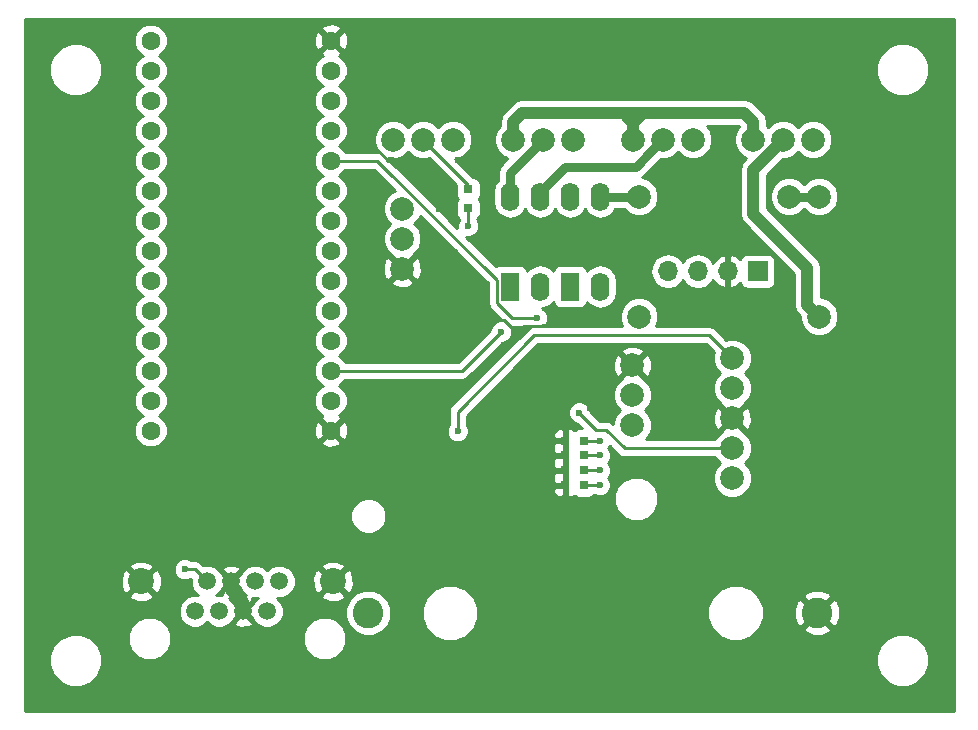
<source format=gtl>
G04 #@! TF.FileFunction,Copper,L1,Top,Signal*
%FSLAX46Y46*%
G04 Gerber Fmt 4.6, Leading zero omitted, Abs format (unit mm)*
G04 Created by KiCad (PCBNEW 4.0.6) date 03/12/17 16:17:21*
%MOMM*%
%LPD*%
G01*
G04 APERTURE LIST*
%ADD10C,0.100000*%
%ADD11C,2.600000*%
%ADD12R,0.800000X0.800000*%
%ADD13C,2.200000*%
%ADD14C,1.500000*%
%ADD15C,2.000000*%
%ADD16R,1.700000X1.700000*%
%ADD17O,1.700000X1.700000*%
%ADD18C,1.600000*%
%ADD19R,1.600000X2.400000*%
%ADD20O,1.600000X2.400000*%
%ADD21C,0.600000*%
%ADD22C,0.250000*%
%ADD23C,1.000000*%
%ADD24C,0.400000*%
%ADD25C,0.800000*%
%ADD26C,0.254000*%
G04 APERTURE END LIST*
D10*
D11*
X89763000Y-100990500D03*
X127763000Y-100990500D03*
D12*
X98222000Y-65138500D03*
X98222000Y-66738500D03*
X108026783Y-86412350D03*
X106426783Y-86412350D03*
X108026783Y-87669586D03*
X106426783Y-87669586D03*
X108026783Y-88926822D03*
X106426783Y-88926822D03*
X108026783Y-90184058D03*
X106426783Y-90184058D03*
D13*
X70537000Y-98323500D03*
X86787000Y-98323500D03*
D14*
X76112000Y-98323500D03*
X77132000Y-100863500D03*
X75092000Y-100863500D03*
X78152000Y-98323500D03*
X79172000Y-100863500D03*
X80192000Y-98323500D03*
X81212000Y-100863500D03*
X82232000Y-98323500D03*
D15*
X91872000Y-60922000D03*
X94412000Y-60922000D03*
X96952000Y-60922000D03*
X92634000Y-71844000D03*
X92634000Y-69304000D03*
X92634000Y-66764000D03*
X120586500Y-89598500D03*
X120586500Y-87058500D03*
X120586500Y-84518500D03*
X120586500Y-81978500D03*
X120586500Y-79438500D03*
D16*
X122745500Y-72072500D03*
D17*
X120205500Y-72072500D03*
X117665500Y-72072500D03*
X115125500Y-72072500D03*
D15*
X112128500Y-85115500D03*
X112128500Y-82575500D03*
X112128500Y-80035500D03*
X102032000Y-60922000D03*
X104572000Y-60922000D03*
X107112000Y-60922000D03*
X112192000Y-60922000D03*
X114732000Y-60922000D03*
X117272000Y-60922000D03*
X122352000Y-60922000D03*
X124892000Y-60922000D03*
X127432000Y-60922000D03*
D18*
X86588800Y-83020000D03*
X86588800Y-80480000D03*
X86588800Y-77940000D03*
X86588800Y-75400000D03*
X86588800Y-72860000D03*
X86588800Y-70320000D03*
X86588800Y-65240000D03*
X86588800Y-67780000D03*
X86588800Y-62700000D03*
X86588800Y-60160000D03*
X86588800Y-57620000D03*
X86588800Y-55080000D03*
X86588800Y-85560000D03*
X86588800Y-52540000D03*
X71348800Y-60160000D03*
X71348800Y-57620000D03*
X71348800Y-55080000D03*
X71348800Y-62700000D03*
X71348800Y-52540000D03*
X71348800Y-65240000D03*
X71348800Y-67780000D03*
X71348800Y-85560000D03*
X71348800Y-80480000D03*
X71348800Y-75400000D03*
X71348800Y-83020000D03*
X71348800Y-70320000D03*
X71348800Y-72860000D03*
X71348800Y-77940000D03*
D19*
X106858000Y-73368000D03*
D20*
X109398000Y-65748000D03*
X109398000Y-73368000D03*
X106858000Y-65748000D03*
D19*
X101778000Y-73368000D03*
D20*
X104318000Y-65748000D03*
X104318000Y-73368000D03*
X101778000Y-65748000D03*
D15*
X127940000Y-75908000D03*
X127940000Y-65748000D03*
X125400000Y-65748000D03*
X112700000Y-65748000D03*
X112700000Y-75908000D03*
D21*
X123774400Y-59296400D03*
X118948400Y-88049200D03*
X79273600Y-95567600D03*
X71907600Y-94602400D03*
X73787200Y-93484800D03*
X88112800Y-63868400D03*
X88112800Y-61480804D03*
X92786400Y-81648400D03*
X100000000Y-50965200D03*
X96037600Y-50965200D03*
X91059200Y-50965200D03*
X71044000Y-50952500D03*
X86030000Y-50965200D03*
X81051600Y-50965200D03*
X76022400Y-50965200D03*
X61011000Y-50952502D03*
X100012500Y-109055000D03*
X96126500Y-109055000D03*
X91110000Y-109055000D03*
X86093500Y-109055000D03*
X81077000Y-109055000D03*
X76124000Y-109055002D03*
X71107500Y-109055000D03*
X60947500Y-55969000D03*
X60947500Y-60985500D03*
X60947500Y-66065500D03*
X60947500Y-71018500D03*
X60947500Y-76035002D03*
X60947500Y-80988000D03*
X60947500Y-86068000D03*
X60947500Y-91020998D03*
X60947500Y-95974000D03*
X60947500Y-101117500D03*
X60947502Y-106007000D03*
X60947500Y-109055000D03*
X66091000Y-109055000D03*
X104000500Y-109055000D03*
X109017000Y-109055000D03*
X114033500Y-109055000D03*
X119050000Y-109055000D03*
X124003000Y-109055000D03*
X129019500Y-109055000D03*
X133972500Y-109055000D03*
X139052500Y-109055000D03*
X139052500Y-106007000D03*
X139052500Y-100990500D03*
X139052500Y-95974000D03*
X139052500Y-90957500D03*
X139052500Y-86004500D03*
X139052500Y-80988000D03*
X139052500Y-75971500D03*
X139052500Y-70955000D03*
X139052500Y-66002000D03*
X139052500Y-60985500D03*
X139052500Y-55969000D03*
X134036000Y-50952500D03*
X129019500Y-50952500D03*
X124003000Y-50952500D03*
X119050000Y-50952500D03*
X114033500Y-50952500D03*
X109017000Y-50952500D03*
X104000500Y-50952500D03*
X139052500Y-50952500D03*
X66027500Y-50952500D03*
X126035000Y-68097500D03*
X126479500Y-63208000D03*
X113589000Y-63970000D03*
X119812000Y-60096500D03*
X110858500Y-76543000D03*
X97396500Y-62636500D03*
X74092000Y-89052500D03*
X83426500Y-88989000D03*
X81394500Y-94259500D03*
X85649000Y-91529000D03*
X90919500Y-98133000D03*
X97015500Y-88989000D03*
X99555500Y-89687500D03*
X98539500Y-69304000D03*
X118542000Y-78702000D03*
X113716000Y-86068000D03*
X110541000Y-87528500D03*
X103302000Y-88671500D03*
X108572500Y-83655000D03*
X96253500Y-84226500D03*
X99111000Y-77876500D03*
X101524000Y-81559500D03*
X98285500Y-86322000D03*
X101651000Y-86576000D03*
X103556000Y-82575500D03*
X103429000Y-80480000D03*
X101270000Y-78321000D03*
X99492000Y-80480000D03*
X93904000Y-85814000D03*
X94856500Y-77051000D03*
X99809500Y-73177500D03*
X97079000Y-70447000D03*
X95745500Y-63525502D03*
X91618000Y-65240000D03*
X91745000Y-62636500D03*
X95745500Y-66827500D03*
X98222000Y-68224500D03*
X109382045Y-86412350D03*
X109382045Y-87669586D03*
X109382045Y-88926822D03*
X109382045Y-90184058D03*
X74219000Y-97307500D03*
X107620000Y-84036000D03*
X97333000Y-85623500D03*
X101015998Y-77178000D03*
X104064000Y-76035000D03*
D22*
X94412000Y-60922000D02*
X98222000Y-64732000D01*
X98222000Y-64732000D02*
X98222000Y-65138500D01*
X111112500Y-88100000D02*
X118897600Y-88100000D01*
X118897600Y-88100000D02*
X118948400Y-88049200D01*
X110541000Y-87528500D02*
X111112500Y-88100000D01*
D23*
X79172000Y-100863500D02*
X79172000Y-100088800D01*
X79172000Y-100088800D02*
X78152000Y-99068800D01*
X78152000Y-99068800D02*
X78152000Y-98323500D01*
D24*
X81394500Y-94259500D02*
X80581700Y-94259500D01*
X80581700Y-94259500D02*
X79273600Y-95567600D01*
X73787200Y-93484800D02*
X73025200Y-93484800D01*
X73025200Y-93484800D02*
X71907600Y-94602400D01*
D22*
X91618000Y-62700000D02*
X91465600Y-62700000D01*
X91465600Y-62700000D02*
X90246404Y-61480804D01*
X90246404Y-61480804D02*
X88537064Y-61480804D01*
X88537064Y-61480804D02*
X88112800Y-61480804D01*
X93904000Y-85814000D02*
X93904000Y-82766000D01*
X93904000Y-82766000D02*
X92786400Y-81648400D01*
X96037600Y-50965200D02*
X100000000Y-50965200D01*
X86030000Y-50965200D02*
X91059200Y-50965200D01*
X66027500Y-50952500D02*
X71044000Y-50952500D01*
X76022400Y-50965200D02*
X81051600Y-50965200D01*
X101270000Y-78321000D02*
X102413000Y-77178000D01*
X99809500Y-73177500D02*
X99509501Y-73477499D01*
X102413000Y-77178000D02*
X102921000Y-76670000D01*
X101270000Y-76162000D02*
X102286000Y-77178000D01*
X99509501Y-73477499D02*
X99509501Y-74782501D01*
X99509501Y-74782501D02*
X100889000Y-76162000D01*
X100889000Y-76162000D02*
X101270000Y-76162000D01*
X102286000Y-77178000D02*
X102413000Y-77178000D01*
X104000500Y-109055000D02*
X100012500Y-109055000D01*
X100012500Y-109055000D02*
X99047500Y-109055000D01*
X96126500Y-109055000D02*
X100012500Y-109055000D01*
X86093500Y-109055000D02*
X91110000Y-109055000D01*
X81076998Y-109055002D02*
X81077000Y-109055000D01*
X76124000Y-109055002D02*
X81076998Y-109055002D01*
X66091000Y-109055000D02*
X71107500Y-109055000D01*
X60947500Y-51016002D02*
X61011000Y-50952502D01*
X60947500Y-55969000D02*
X60947500Y-51016002D01*
X61011002Y-50952500D02*
X61011000Y-50952502D01*
X66027500Y-50952500D02*
X61011002Y-50952500D01*
X60947500Y-65641236D02*
X60947500Y-60985500D01*
X60947500Y-66065500D02*
X60947500Y-65641236D01*
X60947500Y-76035002D02*
X60947500Y-71018500D01*
X60947500Y-85643736D02*
X60947500Y-80988000D01*
X60947500Y-86068000D02*
X60947500Y-85643736D01*
X60947500Y-95549736D02*
X60947500Y-91020998D01*
X60947500Y-95974000D02*
X60947500Y-95549736D01*
X60947502Y-101117502D02*
X60947500Y-101117500D01*
X60947502Y-106007000D02*
X60947502Y-101117502D01*
X60947500Y-106007002D02*
X60947502Y-106007000D01*
X60947500Y-109055000D02*
X60947500Y-106007002D01*
X114033500Y-109055000D02*
X109017000Y-109055000D01*
X124003000Y-109055000D02*
X119050000Y-109055000D01*
X133972500Y-109055000D02*
X129019500Y-109055000D01*
X139052500Y-106007000D02*
X139052500Y-109055000D01*
X139052500Y-100990500D02*
X139052500Y-106007000D01*
X139052500Y-90957500D02*
X139052500Y-95974000D01*
X139052500Y-80988000D02*
X139052500Y-86004500D01*
X139052500Y-70955000D02*
X139052500Y-75971500D01*
X139052500Y-60985500D02*
X139052500Y-66002000D01*
X139052500Y-50952500D02*
X139052500Y-55969000D01*
X139052500Y-50952500D02*
X134036000Y-50952500D01*
X129019500Y-50952500D02*
X124003000Y-50952500D01*
X119050000Y-50952500D02*
X114033500Y-50952500D01*
X109017000Y-50952500D02*
X104000500Y-50952500D01*
X130289500Y-66573500D02*
X128765500Y-68097500D01*
X128765500Y-68097500D02*
X126035000Y-68097500D01*
X130289500Y-64732000D02*
X130289500Y-66573500D01*
X128765500Y-63208000D02*
X130289500Y-64732000D01*
X126479500Y-63208000D02*
X128765500Y-63208000D01*
X115158999Y-69004001D02*
X119812000Y-64351000D01*
X119812000Y-64351000D02*
X119812000Y-60096500D01*
X98539500Y-69304000D02*
X98839499Y-69004001D01*
X98839499Y-69004001D02*
X115158999Y-69004001D01*
X105854569Y-78376833D02*
X106278833Y-78376833D01*
X105532167Y-78376833D02*
X105854569Y-78376833D01*
X103429000Y-80480000D02*
X105532167Y-78376833D01*
X110858500Y-76543000D02*
X105016500Y-76543000D01*
X105016500Y-76543000D02*
X104953000Y-76606500D01*
X81394500Y-94259500D02*
X81394500Y-91021000D01*
X81394500Y-91021000D02*
X83426500Y-88989000D01*
X85649000Y-91529000D02*
X84125000Y-91529000D01*
X84125000Y-91529000D02*
X81394500Y-94259500D01*
X90919500Y-98133000D02*
X90919500Y-96799500D01*
X90919500Y-96799500D02*
X85649000Y-91529000D01*
X98686736Y-90132000D02*
X98158500Y-90132000D01*
X98158500Y-90132000D02*
X97015500Y-88989000D01*
X99555500Y-89687500D02*
X99131236Y-89687500D01*
X99131236Y-89687500D02*
X98686736Y-90132000D01*
X119167501Y-83518501D02*
X118542000Y-82893000D01*
X118542000Y-82893000D02*
X118542000Y-78702000D01*
X120586500Y-84518500D02*
X119586501Y-83518501D01*
X119586501Y-83518501D02*
X119167501Y-83518501D01*
X109334500Y-91910000D02*
X110541000Y-90703500D01*
X110541000Y-90703500D02*
X110541000Y-87528500D01*
X106116236Y-91910000D02*
X109334500Y-91910000D01*
X103302000Y-88671500D02*
X103302000Y-89095764D01*
X103302000Y-89095764D02*
X106116236Y-91910000D01*
X104465236Y-76670000D02*
X104528736Y-76606500D01*
X102921000Y-76670000D02*
X104465236Y-76670000D01*
X104528736Y-76606500D02*
X104953000Y-76606500D01*
X94856500Y-77051000D02*
X98285500Y-77051000D01*
X98285500Y-77051000D02*
X99111000Y-77876500D01*
X101651000Y-86576000D02*
X98539500Y-86576000D01*
X98539500Y-86576000D02*
X98285500Y-86322000D01*
X103429000Y-80480000D02*
X103429000Y-82448500D01*
X103429000Y-82448500D02*
X103556000Y-82575500D01*
X99492000Y-80480000D02*
X101270000Y-78702000D01*
X101270000Y-78702000D02*
X101270000Y-78321000D01*
X93904000Y-85814000D02*
X99238000Y-80480000D01*
X99238000Y-80480000D02*
X99492000Y-80480000D01*
X97079000Y-70447000D02*
X99809500Y-73177500D01*
X95745500Y-66827500D02*
X95745500Y-63525502D01*
X95745500Y-66827500D02*
X91618000Y-62700000D01*
X91618000Y-62700000D02*
X91681500Y-62700000D01*
X91681500Y-62700000D02*
X91745000Y-62636500D01*
X98222000Y-66738500D02*
X98222000Y-68224500D01*
X109382045Y-86412350D02*
X108026783Y-86412350D01*
X109382045Y-87669586D02*
X108026783Y-87669586D01*
X108026783Y-88926822D02*
X109382045Y-88926822D01*
X109382045Y-90184058D02*
X108026783Y-90184058D01*
D25*
X104572000Y-60922000D02*
X101778000Y-63716000D01*
X101778000Y-63716000D02*
X101778000Y-65748000D01*
X109398000Y-65748000D02*
X112700000Y-65748000D01*
D23*
X113208000Y-58636000D02*
X121590000Y-58636000D01*
X121590000Y-58636000D02*
X122352000Y-59398000D01*
X122352000Y-59398000D02*
X122352000Y-60922000D01*
X102032000Y-60922000D02*
X102032000Y-59398000D01*
X102032000Y-59398000D02*
X102794000Y-58636000D01*
X102794000Y-58636000D02*
X111684000Y-58636000D01*
X111684000Y-58636000D02*
X113208000Y-58636000D01*
X113208000Y-58636000D02*
X113063787Y-58636000D01*
X113063787Y-58636000D02*
X112192000Y-59507787D01*
X112192000Y-60922000D02*
X112192000Y-59507787D01*
X112192000Y-59507787D02*
X111684000Y-58999787D01*
X111684000Y-58999787D02*
X111684000Y-58636000D01*
D25*
X125400000Y-65748000D02*
X127940000Y-65748000D01*
D23*
X124892000Y-60922000D02*
X122352000Y-63462000D01*
X122352000Y-63462000D02*
X122352000Y-67208500D01*
X122352000Y-67208500D02*
X126940001Y-71796501D01*
X126940001Y-71796501D02*
X126940001Y-74908001D01*
X126940001Y-74908001D02*
X127940000Y-75908000D01*
D22*
X74219000Y-97307500D02*
X75096000Y-97307500D01*
X75096000Y-97307500D02*
X76112000Y-98323500D01*
X107620000Y-84036000D02*
X109080500Y-85496500D01*
X109080500Y-85496500D02*
X109906000Y-85496500D01*
X109906000Y-85496500D02*
X111468000Y-87058500D01*
X111468000Y-87058500D02*
X112674500Y-87058500D01*
X112674500Y-87058500D02*
X120586500Y-87058500D01*
X97333000Y-85623500D02*
X97333000Y-83972500D01*
X97333000Y-83972500D02*
X103810000Y-77495500D01*
X103810000Y-77495500D02*
X118643500Y-77495500D01*
X118643500Y-77495500D02*
X119586501Y-78438501D01*
X119586501Y-78438501D02*
X120586500Y-79438500D01*
D25*
X104318000Y-65748000D02*
X104318000Y-65348000D01*
X104318000Y-65348000D02*
X106458000Y-63208000D01*
X106458000Y-63208000D02*
X112446000Y-63208000D01*
X112446000Y-63208000D02*
X113732001Y-61921999D01*
X113732001Y-61921999D02*
X114732000Y-60922000D01*
D24*
X104826000Y-73876000D02*
X104318000Y-73368000D01*
D22*
X86588800Y-80480000D02*
X97713998Y-80480000D01*
X97713998Y-80480000D02*
X100715999Y-77477999D01*
X100715999Y-77477999D02*
X101015998Y-77178000D01*
X86588800Y-62700000D02*
X90531002Y-62700000D01*
X90531002Y-62700000D02*
X100652999Y-72821997D01*
X100652999Y-72821997D02*
X100652999Y-74782999D01*
X101905000Y-76035000D02*
X103639736Y-76035000D01*
X100652999Y-74782999D02*
X101905000Y-76035000D01*
X103639736Y-76035000D02*
X104064000Y-76035000D01*
D26*
G36*
X139315000Y-109315000D02*
X60685000Y-109315000D01*
X60685000Y-105442619D01*
X62764613Y-105442619D01*
X63104155Y-106264372D01*
X63732321Y-106893636D01*
X64553481Y-107234611D01*
X65442619Y-107235387D01*
X66264372Y-106895845D01*
X66893636Y-106267679D01*
X67234611Y-105446519D01*
X67234614Y-105442619D01*
X132764613Y-105442619D01*
X133104155Y-106264372D01*
X133732321Y-106893636D01*
X134553481Y-107234611D01*
X135442619Y-107235387D01*
X136264372Y-106895845D01*
X136893636Y-106267679D01*
X137234611Y-105446519D01*
X137235387Y-104557381D01*
X136895845Y-103735628D01*
X136267679Y-103106364D01*
X135446519Y-102765389D01*
X134557381Y-102764613D01*
X133735628Y-103104155D01*
X133106364Y-103732321D01*
X132765389Y-104553481D01*
X132764613Y-105442619D01*
X67234614Y-105442619D01*
X67235387Y-104557381D01*
X66895845Y-103735628D01*
X66687485Y-103526903D01*
X69426682Y-103526903D01*
X69705455Y-104201586D01*
X70221199Y-104718230D01*
X70895395Y-104998181D01*
X71625403Y-104998818D01*
X72300086Y-104720045D01*
X72816730Y-104204301D01*
X73096681Y-103530105D01*
X73096683Y-103526903D01*
X84226682Y-103526903D01*
X84505455Y-104201586D01*
X85021199Y-104718230D01*
X85695395Y-104998181D01*
X86425403Y-104998818D01*
X87100086Y-104720045D01*
X87616730Y-104204301D01*
X87896681Y-103530105D01*
X87897318Y-102800097D01*
X87618545Y-102125414D01*
X87102801Y-101608770D01*
X86536708Y-101373707D01*
X87827665Y-101373707D01*
X88121630Y-102085158D01*
X88665479Y-102629957D01*
X89376416Y-102925163D01*
X90146207Y-102925835D01*
X90857658Y-102631870D01*
X91402457Y-102088021D01*
X91662060Y-101462825D01*
X94277587Y-101462825D01*
X94639916Y-102339729D01*
X95310242Y-103011226D01*
X96186513Y-103375085D01*
X97135325Y-103375913D01*
X98012229Y-103013584D01*
X98683726Y-102343258D01*
X99047585Y-101466987D01*
X99047588Y-101462825D01*
X118477587Y-101462825D01*
X118839916Y-102339729D01*
X119510242Y-103011226D01*
X120386513Y-103375085D01*
X121335325Y-103375913D01*
X122212229Y-103013584D01*
X122866995Y-102359959D01*
X126573146Y-102359959D01*
X126708504Y-102657955D01*
X127426880Y-102934566D01*
X128196427Y-102915210D01*
X128817496Y-102657955D01*
X128952854Y-102359959D01*
X127763000Y-101170105D01*
X126573146Y-102359959D01*
X122866995Y-102359959D01*
X122883726Y-102343258D01*
X123247585Y-101466987D01*
X123248294Y-100654380D01*
X125818934Y-100654380D01*
X125838290Y-101423927D01*
X126095545Y-102044996D01*
X126393541Y-102180354D01*
X127583395Y-100990500D01*
X127942605Y-100990500D01*
X129132459Y-102180354D01*
X129430455Y-102044996D01*
X129707066Y-101326620D01*
X129687710Y-100557073D01*
X129430455Y-99936004D01*
X129132459Y-99800646D01*
X127942605Y-100990500D01*
X127583395Y-100990500D01*
X126393541Y-99800646D01*
X126095545Y-99936004D01*
X125818934Y-100654380D01*
X123248294Y-100654380D01*
X123248413Y-100518175D01*
X122886084Y-99641271D01*
X122865890Y-99621041D01*
X126573146Y-99621041D01*
X127763000Y-100810895D01*
X128952854Y-99621041D01*
X128817496Y-99323045D01*
X128099120Y-99046434D01*
X127329573Y-99065790D01*
X126708504Y-99323045D01*
X126573146Y-99621041D01*
X122865890Y-99621041D01*
X122215758Y-98969774D01*
X121339487Y-98605915D01*
X120390675Y-98605087D01*
X119513771Y-98967416D01*
X118842274Y-99637742D01*
X118478415Y-100514013D01*
X118477587Y-101462825D01*
X99047588Y-101462825D01*
X99048413Y-100518175D01*
X98686084Y-99641271D01*
X98015758Y-98969774D01*
X97139487Y-98605915D01*
X96190675Y-98605087D01*
X95313771Y-98967416D01*
X94642274Y-99637742D01*
X94278415Y-100514013D01*
X94277587Y-101462825D01*
X91662060Y-101462825D01*
X91697663Y-101377084D01*
X91698335Y-100607293D01*
X91404370Y-99895842D01*
X90860521Y-99351043D01*
X90149584Y-99055837D01*
X89379793Y-99055165D01*
X88668342Y-99349130D01*
X88123543Y-99892979D01*
X87828337Y-100603916D01*
X87827665Y-101373707D01*
X86536708Y-101373707D01*
X86428605Y-101328819D01*
X85698597Y-101328182D01*
X85023914Y-101606955D01*
X84507270Y-102122699D01*
X84227319Y-102796895D01*
X84226682Y-103526903D01*
X73096683Y-103526903D01*
X73097318Y-102800097D01*
X72818545Y-102125414D01*
X72302801Y-101608770D01*
X71628605Y-101328819D01*
X70898597Y-101328182D01*
X70223914Y-101606955D01*
X69707270Y-102122699D01*
X69427319Y-102796895D01*
X69426682Y-103526903D01*
X66687485Y-103526903D01*
X66267679Y-103106364D01*
X65446519Y-102765389D01*
X64557381Y-102764613D01*
X63735628Y-103104155D01*
X63106364Y-103732321D01*
X62765389Y-104553481D01*
X62764613Y-105442619D01*
X60685000Y-105442619D01*
X60685000Y-99548368D01*
X69491737Y-99548368D01*
X69602641Y-99825599D01*
X70248593Y-100068823D01*
X70938453Y-100046336D01*
X71471359Y-99825599D01*
X71582263Y-99548368D01*
X70537000Y-98503105D01*
X69491737Y-99548368D01*
X60685000Y-99548368D01*
X60685000Y-98035093D01*
X68791677Y-98035093D01*
X68814164Y-98724953D01*
X69034901Y-99257859D01*
X69312132Y-99368763D01*
X70357395Y-98323500D01*
X70716605Y-98323500D01*
X71761868Y-99368763D01*
X72039099Y-99257859D01*
X72282323Y-98611907D01*
X72259836Y-97922047D01*
X72081981Y-97492667D01*
X73283838Y-97492667D01*
X73425883Y-97836443D01*
X73688673Y-98099692D01*
X74032201Y-98242338D01*
X74404167Y-98242662D01*
X74727187Y-98109193D01*
X74726760Y-98597785D01*
X74937169Y-99107015D01*
X75308195Y-99478688D01*
X74817715Y-99478260D01*
X74308485Y-99688669D01*
X73918539Y-100077936D01*
X73707241Y-100586798D01*
X73706760Y-101137785D01*
X73917169Y-101647015D01*
X74306436Y-102036961D01*
X74815298Y-102248259D01*
X75366285Y-102248740D01*
X75875515Y-102038331D01*
X76112071Y-101802187D01*
X76346436Y-102036961D01*
X76855298Y-102248259D01*
X77406285Y-102248740D01*
X77915515Y-102038331D01*
X78119183Y-101835017D01*
X78380088Y-101835017D01*
X78448077Y-102075960D01*
X78967171Y-102260701D01*
X79517448Y-102232730D01*
X79895923Y-102075960D01*
X79963912Y-101835017D01*
X79172000Y-101043105D01*
X78380088Y-101835017D01*
X78119183Y-101835017D01*
X78305461Y-101649064D01*
X78375497Y-101480398D01*
X78992395Y-100863500D01*
X78375801Y-100246906D01*
X78306831Y-100079985D01*
X77948124Y-99720653D01*
X78435423Y-99695883D01*
X78380088Y-99891983D01*
X79172000Y-100683895D01*
X79963912Y-99891983D01*
X79911640Y-99706740D01*
X79915298Y-99708259D01*
X80408430Y-99708689D01*
X80038539Y-100077936D01*
X79968503Y-100246602D01*
X79351605Y-100863500D01*
X79968199Y-101480094D01*
X80037169Y-101647015D01*
X80426436Y-102036961D01*
X80935298Y-102248259D01*
X81486285Y-102248740D01*
X81995515Y-102038331D01*
X82385461Y-101649064D01*
X82596759Y-101140202D01*
X82597240Y-100589215D01*
X82386831Y-100079985D01*
X82015805Y-99708312D01*
X82506285Y-99708740D01*
X82894415Y-99548368D01*
X85741737Y-99548368D01*
X85852641Y-99825599D01*
X86498593Y-100068823D01*
X87188453Y-100046336D01*
X87721359Y-99825599D01*
X87832263Y-99548368D01*
X86787000Y-98503105D01*
X85741737Y-99548368D01*
X82894415Y-99548368D01*
X83015515Y-99498331D01*
X83405461Y-99109064D01*
X83616759Y-98600202D01*
X83617240Y-98049215D01*
X83611405Y-98035093D01*
X85041677Y-98035093D01*
X85064164Y-98724953D01*
X85284901Y-99257859D01*
X85562132Y-99368763D01*
X86607395Y-98323500D01*
X86966605Y-98323500D01*
X88011868Y-99368763D01*
X88289099Y-99257859D01*
X88532323Y-98611907D01*
X88509836Y-97922047D01*
X88289099Y-97389141D01*
X88011868Y-97278237D01*
X86966605Y-98323500D01*
X86607395Y-98323500D01*
X85562132Y-97278237D01*
X85284901Y-97389141D01*
X85041677Y-98035093D01*
X83611405Y-98035093D01*
X83406831Y-97539985D01*
X83017564Y-97150039D01*
X82893763Y-97098632D01*
X85741737Y-97098632D01*
X86787000Y-98143895D01*
X87832263Y-97098632D01*
X87721359Y-96821401D01*
X87075407Y-96578177D01*
X86385547Y-96600664D01*
X85852641Y-96821401D01*
X85741737Y-97098632D01*
X82893763Y-97098632D01*
X82508702Y-96938741D01*
X81957715Y-96938260D01*
X81448485Y-97148669D01*
X81211929Y-97384813D01*
X80977564Y-97150039D01*
X80468702Y-96938741D01*
X79917715Y-96938260D01*
X79408485Y-97148669D01*
X79018539Y-97537936D01*
X78948503Y-97706602D01*
X78331605Y-98323500D01*
X78948199Y-98940094D01*
X79017169Y-99107015D01*
X79375876Y-99466347D01*
X78888577Y-99491117D01*
X78943912Y-99295017D01*
X78152000Y-98503105D01*
X77360088Y-99295017D01*
X77412360Y-99480260D01*
X77408702Y-99478741D01*
X76915570Y-99478311D01*
X77285461Y-99109064D01*
X77355497Y-98940398D01*
X77972395Y-98323500D01*
X77355801Y-97706906D01*
X77286831Y-97539985D01*
X77099157Y-97351983D01*
X77360088Y-97351983D01*
X78152000Y-98143895D01*
X78943912Y-97351983D01*
X78875923Y-97111040D01*
X78356829Y-96926299D01*
X77806552Y-96954270D01*
X77428077Y-97111040D01*
X77360088Y-97351983D01*
X77099157Y-97351983D01*
X76897564Y-97150039D01*
X76388702Y-96938741D01*
X75837715Y-96938260D01*
X75812132Y-96948830D01*
X75633401Y-96770099D01*
X75386839Y-96605352D01*
X75096000Y-96547500D01*
X74781463Y-96547500D01*
X74749327Y-96515308D01*
X74405799Y-96372662D01*
X74033833Y-96372338D01*
X73690057Y-96514383D01*
X73426808Y-96777173D01*
X73284162Y-97120701D01*
X73283838Y-97492667D01*
X72081981Y-97492667D01*
X72039099Y-97389141D01*
X71761868Y-97278237D01*
X70716605Y-98323500D01*
X70357395Y-98323500D01*
X69312132Y-97278237D01*
X69034901Y-97389141D01*
X68791677Y-98035093D01*
X60685000Y-98035093D01*
X60685000Y-97098632D01*
X69491737Y-97098632D01*
X70537000Y-98143895D01*
X71582263Y-97098632D01*
X71471359Y-96821401D01*
X70825407Y-96578177D01*
X70135547Y-96600664D01*
X69602641Y-96821401D01*
X69491737Y-97098632D01*
X60685000Y-97098632D01*
X60685000Y-93094491D01*
X88227735Y-93094491D01*
X88460932Y-93658871D01*
X88892357Y-94091051D01*
X89456330Y-94325233D01*
X90066991Y-94325765D01*
X90631371Y-94092568D01*
X91063551Y-93661143D01*
X91297733Y-93097170D01*
X91298265Y-92486509D01*
X91065068Y-91922129D01*
X90855112Y-91711805D01*
X110560674Y-91711805D01*
X110847043Y-92404872D01*
X111376839Y-92935593D01*
X112069405Y-93223172D01*
X112819305Y-93223826D01*
X113512372Y-92937457D01*
X114043093Y-92407661D01*
X114330672Y-91715095D01*
X114331326Y-90965195D01*
X114044957Y-90272128D01*
X113515161Y-89741407D01*
X112822595Y-89453828D01*
X112072695Y-89453174D01*
X111379628Y-89739543D01*
X110848907Y-90269339D01*
X110561328Y-90961905D01*
X110560674Y-91711805D01*
X90855112Y-91711805D01*
X90633643Y-91489949D01*
X90069670Y-91255767D01*
X89459009Y-91255235D01*
X88894629Y-91488432D01*
X88462449Y-91919857D01*
X88228267Y-92483830D01*
X88227735Y-93094491D01*
X60685000Y-93094491D01*
X60685000Y-90469808D01*
X105391783Y-90469808D01*
X105391783Y-90710368D01*
X105488456Y-90943757D01*
X105667085Y-91122385D01*
X105900474Y-91219058D01*
X106141033Y-91219058D01*
X106299783Y-91060308D01*
X106299783Y-90311058D01*
X105550533Y-90311058D01*
X105391783Y-90469808D01*
X60685000Y-90469808D01*
X60685000Y-89212572D01*
X105391783Y-89212572D01*
X105391783Y-89453132D01*
X105434160Y-89555440D01*
X105391783Y-89657748D01*
X105391783Y-89898308D01*
X105550533Y-90057058D01*
X106299783Y-90057058D01*
X106299783Y-89053822D01*
X105550533Y-89053822D01*
X105391783Y-89212572D01*
X60685000Y-89212572D01*
X60685000Y-87955336D01*
X105391783Y-87955336D01*
X105391783Y-88195896D01*
X105434160Y-88298204D01*
X105391783Y-88400512D01*
X105391783Y-88641072D01*
X105550533Y-88799822D01*
X106299783Y-88799822D01*
X106299783Y-87796586D01*
X105550533Y-87796586D01*
X105391783Y-87955336D01*
X60685000Y-87955336D01*
X60685000Y-55442619D01*
X62764613Y-55442619D01*
X63104155Y-56264372D01*
X63732321Y-56893636D01*
X64553481Y-57234611D01*
X65442619Y-57235387D01*
X66264372Y-56895845D01*
X66893636Y-56267679D01*
X67234611Y-55446519D01*
X67235387Y-54557381D01*
X66895845Y-53735628D01*
X66267679Y-53106364D01*
X65588121Y-52824187D01*
X69913552Y-52824187D01*
X70131557Y-53351800D01*
X70534877Y-53755824D01*
X70665015Y-53809862D01*
X70537000Y-53862757D01*
X70132976Y-54266077D01*
X69914050Y-54793309D01*
X69913552Y-55364187D01*
X70131557Y-55891800D01*
X70534877Y-56295824D01*
X70665015Y-56349862D01*
X70537000Y-56402757D01*
X70132976Y-56806077D01*
X69914050Y-57333309D01*
X69913552Y-57904187D01*
X70131557Y-58431800D01*
X70534877Y-58835824D01*
X70665015Y-58889862D01*
X70537000Y-58942757D01*
X70132976Y-59346077D01*
X69914050Y-59873309D01*
X69913552Y-60444187D01*
X70131557Y-60971800D01*
X70534877Y-61375824D01*
X70665015Y-61429862D01*
X70537000Y-61482757D01*
X70132976Y-61886077D01*
X69914050Y-62413309D01*
X69913552Y-62984187D01*
X70131557Y-63511800D01*
X70534877Y-63915824D01*
X70665015Y-63969862D01*
X70537000Y-64022757D01*
X70132976Y-64426077D01*
X69914050Y-64953309D01*
X69913552Y-65524187D01*
X70131557Y-66051800D01*
X70534877Y-66455824D01*
X70665015Y-66509862D01*
X70537000Y-66562757D01*
X70132976Y-66966077D01*
X69914050Y-67493309D01*
X69913552Y-68064187D01*
X70131557Y-68591800D01*
X70534877Y-68995824D01*
X70665015Y-69049862D01*
X70537000Y-69102757D01*
X70132976Y-69506077D01*
X69914050Y-70033309D01*
X69913552Y-70604187D01*
X70131557Y-71131800D01*
X70534877Y-71535824D01*
X70665015Y-71589862D01*
X70537000Y-71642757D01*
X70132976Y-72046077D01*
X69914050Y-72573309D01*
X69913552Y-73144187D01*
X70131557Y-73671800D01*
X70534877Y-74075824D01*
X70665015Y-74129862D01*
X70537000Y-74182757D01*
X70132976Y-74586077D01*
X69914050Y-75113309D01*
X69913552Y-75684187D01*
X70131557Y-76211800D01*
X70534877Y-76615824D01*
X70665015Y-76669862D01*
X70537000Y-76722757D01*
X70132976Y-77126077D01*
X69914050Y-77653309D01*
X69913552Y-78224187D01*
X70131557Y-78751800D01*
X70534877Y-79155824D01*
X70665015Y-79209862D01*
X70537000Y-79262757D01*
X70132976Y-79666077D01*
X69914050Y-80193309D01*
X69913552Y-80764187D01*
X70131557Y-81291800D01*
X70534877Y-81695824D01*
X70665015Y-81749862D01*
X70537000Y-81802757D01*
X70132976Y-82206077D01*
X69914050Y-82733309D01*
X69913552Y-83304187D01*
X70131557Y-83831800D01*
X70534877Y-84235824D01*
X70665015Y-84289862D01*
X70537000Y-84342757D01*
X70132976Y-84746077D01*
X69914050Y-85273309D01*
X69913552Y-85844187D01*
X70131557Y-86371800D01*
X70534877Y-86775824D01*
X71062109Y-86994750D01*
X71632987Y-86995248D01*
X72160600Y-86777243D01*
X72370463Y-86567745D01*
X85760661Y-86567745D01*
X85834795Y-86813864D01*
X86372023Y-87006965D01*
X86942254Y-86979778D01*
X87342805Y-86813864D01*
X87377674Y-86698100D01*
X105391783Y-86698100D01*
X105391783Y-86938660D01*
X105434160Y-87040968D01*
X105391783Y-87143276D01*
X105391783Y-87383836D01*
X105550533Y-87542586D01*
X106299783Y-87542586D01*
X106299783Y-86539350D01*
X105550533Y-86539350D01*
X105391783Y-86698100D01*
X87377674Y-86698100D01*
X87416939Y-86567745D01*
X86588800Y-85739605D01*
X85760661Y-86567745D01*
X72370463Y-86567745D01*
X72564624Y-86373923D01*
X72783550Y-85846691D01*
X72783989Y-85343223D01*
X85141835Y-85343223D01*
X85169022Y-85913454D01*
X85334936Y-86314005D01*
X85581055Y-86388139D01*
X86409195Y-85560000D01*
X86768405Y-85560000D01*
X87596545Y-86388139D01*
X87842664Y-86314005D01*
X88035765Y-85776777D01*
X88008578Y-85206546D01*
X87842664Y-84805995D01*
X87596545Y-84731861D01*
X86768405Y-85560000D01*
X86409195Y-85560000D01*
X85581055Y-84731861D01*
X85334936Y-84805995D01*
X85141835Y-85343223D01*
X72783989Y-85343223D01*
X72784048Y-85275813D01*
X72566043Y-84748200D01*
X72162723Y-84344176D01*
X72032585Y-84290138D01*
X72160600Y-84237243D01*
X72564624Y-83833923D01*
X72783550Y-83306691D01*
X72784048Y-82735813D01*
X72566043Y-82208200D01*
X72162723Y-81804176D01*
X72032585Y-81750138D01*
X72160600Y-81697243D01*
X72564624Y-81293923D01*
X72783550Y-80766691D01*
X72784048Y-80195813D01*
X72566043Y-79668200D01*
X72162723Y-79264176D01*
X72032585Y-79210138D01*
X72160600Y-79157243D01*
X72564624Y-78753923D01*
X72783550Y-78226691D01*
X72784048Y-77655813D01*
X72566043Y-77128200D01*
X72162723Y-76724176D01*
X72032585Y-76670138D01*
X72160600Y-76617243D01*
X72564624Y-76213923D01*
X72783550Y-75686691D01*
X72784048Y-75115813D01*
X72566043Y-74588200D01*
X72162723Y-74184176D01*
X72032585Y-74130138D01*
X72160600Y-74077243D01*
X72564624Y-73673923D01*
X72783550Y-73146691D01*
X72784048Y-72575813D01*
X72566043Y-72048200D01*
X72162723Y-71644176D01*
X72032585Y-71590138D01*
X72160600Y-71537243D01*
X72564624Y-71133923D01*
X72783550Y-70606691D01*
X72784048Y-70035813D01*
X72566043Y-69508200D01*
X72162723Y-69104176D01*
X72032585Y-69050138D01*
X72160600Y-68997243D01*
X72564624Y-68593923D01*
X72783550Y-68066691D01*
X72784048Y-67495813D01*
X72566043Y-66968200D01*
X72162723Y-66564176D01*
X72032585Y-66510138D01*
X72160600Y-66457243D01*
X72564624Y-66053923D01*
X72783550Y-65526691D01*
X72784048Y-64955813D01*
X72566043Y-64428200D01*
X72162723Y-64024176D01*
X72032585Y-63970138D01*
X72160600Y-63917243D01*
X72564624Y-63513923D01*
X72783550Y-62986691D01*
X72784048Y-62415813D01*
X72566043Y-61888200D01*
X72162723Y-61484176D01*
X72032585Y-61430138D01*
X72160600Y-61377243D01*
X72564624Y-60973923D01*
X72783550Y-60446691D01*
X72784048Y-59875813D01*
X72566043Y-59348200D01*
X72162723Y-58944176D01*
X72032585Y-58890138D01*
X72160600Y-58837243D01*
X72564624Y-58433923D01*
X72783550Y-57906691D01*
X72784048Y-57335813D01*
X72566043Y-56808200D01*
X72162723Y-56404176D01*
X72032585Y-56350138D01*
X72160600Y-56297243D01*
X72564624Y-55893923D01*
X72783550Y-55366691D01*
X72783552Y-55364187D01*
X85153552Y-55364187D01*
X85371557Y-55891800D01*
X85774877Y-56295824D01*
X85905015Y-56349862D01*
X85777000Y-56402757D01*
X85372976Y-56806077D01*
X85154050Y-57333309D01*
X85153552Y-57904187D01*
X85371557Y-58431800D01*
X85774877Y-58835824D01*
X85905015Y-58889862D01*
X85777000Y-58942757D01*
X85372976Y-59346077D01*
X85154050Y-59873309D01*
X85153552Y-60444187D01*
X85371557Y-60971800D01*
X85774877Y-61375824D01*
X85905015Y-61429862D01*
X85777000Y-61482757D01*
X85372976Y-61886077D01*
X85154050Y-62413309D01*
X85153552Y-62984187D01*
X85371557Y-63511800D01*
X85774877Y-63915824D01*
X85905015Y-63969862D01*
X85777000Y-64022757D01*
X85372976Y-64426077D01*
X85154050Y-64953309D01*
X85153552Y-65524187D01*
X85371557Y-66051800D01*
X85774877Y-66455824D01*
X85905015Y-66509862D01*
X85777000Y-66562757D01*
X85372976Y-66966077D01*
X85154050Y-67493309D01*
X85153552Y-68064187D01*
X85371557Y-68591800D01*
X85774877Y-68995824D01*
X85905015Y-69049862D01*
X85777000Y-69102757D01*
X85372976Y-69506077D01*
X85154050Y-70033309D01*
X85153552Y-70604187D01*
X85371557Y-71131800D01*
X85774877Y-71535824D01*
X85905015Y-71589862D01*
X85777000Y-71642757D01*
X85372976Y-72046077D01*
X85154050Y-72573309D01*
X85153552Y-73144187D01*
X85371557Y-73671800D01*
X85774877Y-74075824D01*
X85905015Y-74129862D01*
X85777000Y-74182757D01*
X85372976Y-74586077D01*
X85154050Y-75113309D01*
X85153552Y-75684187D01*
X85371557Y-76211800D01*
X85774877Y-76615824D01*
X85905015Y-76669862D01*
X85777000Y-76722757D01*
X85372976Y-77126077D01*
X85154050Y-77653309D01*
X85153552Y-78224187D01*
X85371557Y-78751800D01*
X85774877Y-79155824D01*
X85905015Y-79209862D01*
X85777000Y-79262757D01*
X85372976Y-79666077D01*
X85154050Y-80193309D01*
X85153552Y-80764187D01*
X85371557Y-81291800D01*
X85774877Y-81695824D01*
X85905015Y-81749862D01*
X85777000Y-81802757D01*
X85372976Y-82206077D01*
X85154050Y-82733309D01*
X85153552Y-83304187D01*
X85371557Y-83831800D01*
X85774877Y-84235824D01*
X85889568Y-84283448D01*
X85834795Y-84306136D01*
X85760661Y-84552255D01*
X86588800Y-85380395D01*
X87416939Y-84552255D01*
X87342805Y-84306136D01*
X87284546Y-84285195D01*
X87400600Y-84237243D01*
X87804624Y-83833923D01*
X88023550Y-83306691D01*
X88024048Y-82735813D01*
X87806043Y-82208200D01*
X87402723Y-81804176D01*
X87272585Y-81750138D01*
X87400600Y-81697243D01*
X87804624Y-81293923D01*
X87827015Y-81240000D01*
X97713998Y-81240000D01*
X98004837Y-81182148D01*
X98251399Y-81017401D01*
X101155678Y-78113122D01*
X101201165Y-78113162D01*
X101544941Y-77971117D01*
X101808190Y-77708327D01*
X101950836Y-77364799D01*
X101951160Y-76992833D01*
X101866231Y-76787288D01*
X101905000Y-76795000D01*
X103501537Y-76795000D01*
X103507602Y-76801075D01*
X103272599Y-76958099D01*
X96795599Y-83435099D01*
X96630852Y-83681661D01*
X96573000Y-83972500D01*
X96573000Y-85061037D01*
X96540808Y-85093173D01*
X96398162Y-85436701D01*
X96397838Y-85808667D01*
X96539883Y-86152443D01*
X96802673Y-86415692D01*
X97146201Y-86558338D01*
X97518167Y-86558662D01*
X97861943Y-86416617D01*
X98125192Y-86153827D01*
X98236387Y-85886040D01*
X105391783Y-85886040D01*
X105391783Y-86126600D01*
X105550533Y-86285350D01*
X106299783Y-86285350D01*
X106299783Y-85536100D01*
X106553783Y-85536100D01*
X106553783Y-86285350D01*
X106573783Y-86285350D01*
X106573783Y-86539350D01*
X106553783Y-86539350D01*
X106553783Y-87542586D01*
X106573783Y-87542586D01*
X106573783Y-87796586D01*
X106553783Y-87796586D01*
X106553783Y-88799822D01*
X106573783Y-88799822D01*
X106573783Y-89053822D01*
X106553783Y-89053822D01*
X106553783Y-90057058D01*
X106573783Y-90057058D01*
X106573783Y-90311058D01*
X106553783Y-90311058D01*
X106553783Y-91060308D01*
X106712533Y-91219058D01*
X106953092Y-91219058D01*
X107186481Y-91122385D01*
X107228443Y-91080424D01*
X107374893Y-91180489D01*
X107626783Y-91231498D01*
X108426783Y-91231498D01*
X108662100Y-91187220D01*
X108878224Y-91048148D01*
X108910634Y-91000714D01*
X109195246Y-91118896D01*
X109567212Y-91119220D01*
X109910988Y-90977175D01*
X110174237Y-90714385D01*
X110316883Y-90370857D01*
X110317207Y-89998891D01*
X110175162Y-89655115D01*
X110075717Y-89555497D01*
X110174237Y-89457149D01*
X110316883Y-89113621D01*
X110317207Y-88741655D01*
X110175162Y-88397879D01*
X110075717Y-88298261D01*
X110174237Y-88199913D01*
X110316883Y-87856385D01*
X110317207Y-87484419D01*
X110175162Y-87140643D01*
X110075717Y-87041025D01*
X110174237Y-86942677D01*
X110204498Y-86869800D01*
X110930599Y-87595901D01*
X111177161Y-87760648D01*
X111468000Y-87818500D01*
X119131453Y-87818500D01*
X119199606Y-87983443D01*
X119544259Y-88328699D01*
X119201222Y-88671137D01*
X118951784Y-89271852D01*
X118951216Y-89922295D01*
X119199606Y-90523443D01*
X119659137Y-90983778D01*
X120259852Y-91233216D01*
X120910295Y-91233784D01*
X121511443Y-90985394D01*
X121971778Y-90525863D01*
X122221216Y-89925148D01*
X122221784Y-89274705D01*
X121973394Y-88673557D01*
X121628741Y-88328301D01*
X121971778Y-87985863D01*
X122221216Y-87385148D01*
X122221784Y-86734705D01*
X121973394Y-86133557D01*
X121546522Y-85705938D01*
X121559427Y-85671032D01*
X120586500Y-84698105D01*
X119613573Y-85671032D01*
X119626664Y-85706438D01*
X119201222Y-86131137D01*
X119131727Y-86298500D01*
X113257694Y-86298500D01*
X113513778Y-86042863D01*
X113763216Y-85442148D01*
X113763784Y-84791705D01*
X113541593Y-84253961D01*
X118940592Y-84253961D01*
X118964644Y-84903960D01*
X119167113Y-85392764D01*
X119433968Y-85491427D01*
X120406895Y-84518500D01*
X120766105Y-84518500D01*
X121739032Y-85491427D01*
X122005887Y-85392764D01*
X122232408Y-84783039D01*
X122208356Y-84133040D01*
X122005887Y-83644236D01*
X121739032Y-83545573D01*
X120766105Y-84518500D01*
X120406895Y-84518500D01*
X119433968Y-83545573D01*
X119167113Y-83644236D01*
X118940592Y-84253961D01*
X113541593Y-84253961D01*
X113515394Y-84190557D01*
X113170741Y-83845301D01*
X113513778Y-83502863D01*
X113763216Y-82902148D01*
X113763784Y-82251705D01*
X113515394Y-81650557D01*
X113088522Y-81222938D01*
X113101427Y-81188032D01*
X112128500Y-80215105D01*
X111155573Y-81188032D01*
X111168664Y-81223438D01*
X110743222Y-81648137D01*
X110493784Y-82248852D01*
X110493216Y-82899295D01*
X110741606Y-83500443D01*
X111086259Y-83845699D01*
X110743222Y-84188137D01*
X110493784Y-84788852D01*
X110493592Y-85009290D01*
X110443401Y-84959099D01*
X110196839Y-84794352D01*
X109906000Y-84736500D01*
X109395302Y-84736500D01*
X108555122Y-83896320D01*
X108555162Y-83850833D01*
X108413117Y-83507057D01*
X108150327Y-83243808D01*
X107806799Y-83101162D01*
X107434833Y-83100838D01*
X107091057Y-83242883D01*
X106827808Y-83505673D01*
X106685162Y-83849201D01*
X106684838Y-84221167D01*
X106826883Y-84564943D01*
X107089673Y-84828192D01*
X107433201Y-84970838D01*
X107480077Y-84970879D01*
X107874108Y-85364910D01*
X107626783Y-85364910D01*
X107391466Y-85409188D01*
X107227290Y-85514832D01*
X107186481Y-85474023D01*
X106953092Y-85377350D01*
X106712533Y-85377350D01*
X106553783Y-85536100D01*
X106299783Y-85536100D01*
X106141033Y-85377350D01*
X105900474Y-85377350D01*
X105667085Y-85474023D01*
X105488456Y-85652651D01*
X105391783Y-85886040D01*
X98236387Y-85886040D01*
X98267838Y-85810299D01*
X98268162Y-85438333D01*
X98126117Y-85094557D01*
X98093000Y-85061382D01*
X98093000Y-84287302D01*
X102609341Y-79770961D01*
X110482592Y-79770961D01*
X110506644Y-80420960D01*
X110709113Y-80909764D01*
X110975968Y-81008427D01*
X111948895Y-80035500D01*
X112308105Y-80035500D01*
X113281032Y-81008427D01*
X113547887Y-80909764D01*
X113774408Y-80300039D01*
X113750356Y-79650040D01*
X113547887Y-79161236D01*
X113281032Y-79062573D01*
X112308105Y-80035500D01*
X111948895Y-80035500D01*
X110975968Y-79062573D01*
X110709113Y-79161236D01*
X110482592Y-79770961D01*
X102609341Y-79770961D01*
X103497334Y-78882968D01*
X111155573Y-78882968D01*
X112128500Y-79855895D01*
X113101427Y-78882968D01*
X113002764Y-78616113D01*
X112393039Y-78389592D01*
X111743040Y-78413644D01*
X111254236Y-78616113D01*
X111155573Y-78882968D01*
X103497334Y-78882968D01*
X104124802Y-78255500D01*
X118328698Y-78255500D01*
X119020225Y-78947027D01*
X118951784Y-79111852D01*
X118951216Y-79762295D01*
X119199606Y-80363443D01*
X119544259Y-80708699D01*
X119201222Y-81051137D01*
X118951784Y-81651852D01*
X118951216Y-82302295D01*
X119199606Y-82903443D01*
X119626478Y-83331062D01*
X119613573Y-83365968D01*
X120586500Y-84338895D01*
X121559427Y-83365968D01*
X121546336Y-83330562D01*
X121971778Y-82905863D01*
X122221216Y-82305148D01*
X122221784Y-81654705D01*
X121973394Y-81053557D01*
X121628741Y-80708301D01*
X121971778Y-80365863D01*
X122221216Y-79765148D01*
X122221784Y-79114705D01*
X121973394Y-78513557D01*
X121513863Y-78053222D01*
X120913148Y-77803784D01*
X120262705Y-77803216D01*
X120095221Y-77872419D01*
X119180901Y-76958099D01*
X118934339Y-76793352D01*
X118643500Y-76735500D01*
X114126745Y-76735500D01*
X114334716Y-76234648D01*
X114335284Y-75584205D01*
X114086894Y-74983057D01*
X113627363Y-74522722D01*
X113026648Y-74273284D01*
X112376205Y-74272716D01*
X111775057Y-74521106D01*
X111314722Y-74980637D01*
X111065284Y-75581352D01*
X111064716Y-76231795D01*
X111272843Y-76735500D01*
X104685722Y-76735500D01*
X104856192Y-76565327D01*
X104998838Y-76221799D01*
X104999162Y-75849833D01*
X104857117Y-75506057D01*
X104594327Y-75242808D01*
X104498548Y-75203037D01*
X104867151Y-75129717D01*
X105332698Y-74818648D01*
X105430251Y-74672650D01*
X105454838Y-74803317D01*
X105593910Y-75019441D01*
X105806110Y-75164431D01*
X106058000Y-75215440D01*
X107658000Y-75215440D01*
X107893317Y-75171162D01*
X108109441Y-75032090D01*
X108254431Y-74819890D01*
X108284597Y-74670926D01*
X108383302Y-74818648D01*
X108848849Y-75129717D01*
X109398000Y-75238950D01*
X109947151Y-75129717D01*
X110412698Y-74818648D01*
X110723767Y-74353101D01*
X110833000Y-73803950D01*
X110833000Y-72932050D01*
X110723767Y-72382899D01*
X110496926Y-72043407D01*
X113640500Y-72043407D01*
X113640500Y-72101593D01*
X113753539Y-72669878D01*
X114075446Y-73151647D01*
X114557215Y-73473554D01*
X115125500Y-73586593D01*
X115693785Y-73473554D01*
X116175554Y-73151647D01*
X116395500Y-72822474D01*
X116615446Y-73151647D01*
X117097215Y-73473554D01*
X117665500Y-73586593D01*
X118233785Y-73473554D01*
X118715554Y-73151647D01*
X118943202Y-72810947D01*
X119010317Y-72953858D01*
X119438576Y-73344145D01*
X119848610Y-73513976D01*
X120078500Y-73392655D01*
X120078500Y-72199500D01*
X120058500Y-72199500D01*
X120058500Y-71945500D01*
X120078500Y-71945500D01*
X120078500Y-70752345D01*
X120332500Y-70752345D01*
X120332500Y-71945500D01*
X120352500Y-71945500D01*
X120352500Y-72199500D01*
X120332500Y-72199500D01*
X120332500Y-73392655D01*
X120562390Y-73513976D01*
X120972424Y-73344145D01*
X121275437Y-73067999D01*
X121292338Y-73157817D01*
X121431410Y-73373941D01*
X121643610Y-73518931D01*
X121895500Y-73569940D01*
X123595500Y-73569940D01*
X123830817Y-73525662D01*
X124046941Y-73386590D01*
X124191931Y-73174390D01*
X124242940Y-72922500D01*
X124242940Y-71222500D01*
X124198662Y-70987183D01*
X124059590Y-70771059D01*
X123847390Y-70626069D01*
X123595500Y-70575060D01*
X121895500Y-70575060D01*
X121660183Y-70619338D01*
X121444059Y-70758410D01*
X121299069Y-70970610D01*
X121277199Y-71078607D01*
X120972424Y-70800855D01*
X120562390Y-70631024D01*
X120332500Y-70752345D01*
X120078500Y-70752345D01*
X119848610Y-70631024D01*
X119438576Y-70800855D01*
X119010317Y-71191142D01*
X118943202Y-71334053D01*
X118715554Y-70993353D01*
X118233785Y-70671446D01*
X117665500Y-70558407D01*
X117097215Y-70671446D01*
X116615446Y-70993353D01*
X116395500Y-71322526D01*
X116175554Y-70993353D01*
X115693785Y-70671446D01*
X115125500Y-70558407D01*
X114557215Y-70671446D01*
X114075446Y-70993353D01*
X113753539Y-71475122D01*
X113640500Y-72043407D01*
X110496926Y-72043407D01*
X110412698Y-71917352D01*
X109947151Y-71606283D01*
X109398000Y-71497050D01*
X108848849Y-71606283D01*
X108383302Y-71917352D01*
X108285749Y-72063350D01*
X108261162Y-71932683D01*
X108122090Y-71716559D01*
X107909890Y-71571569D01*
X107658000Y-71520560D01*
X106058000Y-71520560D01*
X105822683Y-71564838D01*
X105606559Y-71703910D01*
X105461569Y-71916110D01*
X105431403Y-72065074D01*
X105332698Y-71917352D01*
X104867151Y-71606283D01*
X104318000Y-71497050D01*
X103768849Y-71606283D01*
X103303302Y-71917352D01*
X103205749Y-72063350D01*
X103181162Y-71932683D01*
X103042090Y-71716559D01*
X102829890Y-71571569D01*
X102578000Y-71520560D01*
X100978000Y-71520560D01*
X100742683Y-71564838D01*
X100577156Y-71671352D01*
X98065168Y-69159364D01*
X98407167Y-69159662D01*
X98750943Y-69017617D01*
X99014192Y-68754827D01*
X99156838Y-68411299D01*
X99157162Y-68039333D01*
X99015117Y-67695557D01*
X98982000Y-67662382D01*
X98982000Y-67661431D01*
X99073441Y-67602590D01*
X99218431Y-67390390D01*
X99269440Y-67138500D01*
X99269440Y-66338500D01*
X99225162Y-66103183D01*
X99118241Y-65937023D01*
X99218431Y-65790390D01*
X99269440Y-65538500D01*
X99269440Y-65312050D01*
X100343000Y-65312050D01*
X100343000Y-66183950D01*
X100452233Y-66733101D01*
X100763302Y-67198648D01*
X101228849Y-67509717D01*
X101778000Y-67618950D01*
X102327151Y-67509717D01*
X102792698Y-67198648D01*
X103048000Y-66816562D01*
X103303302Y-67198648D01*
X103768849Y-67509717D01*
X104318000Y-67618950D01*
X104867151Y-67509717D01*
X105332698Y-67198648D01*
X105588000Y-66816562D01*
X105843302Y-67198648D01*
X106308849Y-67509717D01*
X106858000Y-67618950D01*
X107407151Y-67509717D01*
X107872698Y-67198648D01*
X108128000Y-66816562D01*
X108383302Y-67198648D01*
X108848849Y-67509717D01*
X109398000Y-67618950D01*
X109947151Y-67509717D01*
X110412698Y-67198648D01*
X110690426Y-66783000D01*
X111422971Y-66783000D01*
X111772637Y-67133278D01*
X112373352Y-67382716D01*
X113023795Y-67383284D01*
X113624943Y-67134894D01*
X114085278Y-66675363D01*
X114334716Y-66074648D01*
X114335284Y-65424205D01*
X114086894Y-64823057D01*
X113627363Y-64362722D01*
X113026648Y-64113284D01*
X112918443Y-64113190D01*
X113177856Y-63939856D01*
X114463854Y-62653857D01*
X114463857Y-62653855D01*
X114560860Y-62556852D01*
X115055795Y-62557284D01*
X115656943Y-62308894D01*
X116002199Y-61964241D01*
X116344637Y-62307278D01*
X116945352Y-62556716D01*
X117595795Y-62557284D01*
X118196943Y-62308894D01*
X118657278Y-61849363D01*
X118906716Y-61248648D01*
X118907284Y-60598205D01*
X118658894Y-59997057D01*
X118433232Y-59771000D01*
X121119868Y-59771000D01*
X121155278Y-59806410D01*
X120966722Y-59994637D01*
X120717284Y-60595352D01*
X120716716Y-61245795D01*
X120965106Y-61846943D01*
X121424637Y-62307278D01*
X121761650Y-62447218D01*
X121549434Y-62659434D01*
X121303397Y-63027654D01*
X121217000Y-63462000D01*
X121217000Y-67208500D01*
X121303397Y-67642846D01*
X121486652Y-67917106D01*
X121549434Y-68011066D01*
X125805001Y-72266633D01*
X125805001Y-74908001D01*
X125891398Y-75342347D01*
X125999861Y-75504673D01*
X126137435Y-75710567D01*
X126305025Y-75878157D01*
X126304716Y-76231795D01*
X126553106Y-76832943D01*
X127012637Y-77293278D01*
X127613352Y-77542716D01*
X128263795Y-77543284D01*
X128864943Y-77294894D01*
X129325278Y-76835363D01*
X129574716Y-76234648D01*
X129575284Y-75584205D01*
X129326894Y-74983057D01*
X128867363Y-74522722D01*
X128266648Y-74273284D01*
X128075001Y-74273117D01*
X128075001Y-71796501D01*
X127988604Y-71362155D01*
X127742567Y-70993935D01*
X123487000Y-66738368D01*
X123487000Y-66071795D01*
X123764716Y-66071795D01*
X124013106Y-66672943D01*
X124472637Y-67133278D01*
X125073352Y-67382716D01*
X125723795Y-67383284D01*
X126324943Y-67134894D01*
X126670199Y-66790241D01*
X127012637Y-67133278D01*
X127613352Y-67382716D01*
X128263795Y-67383284D01*
X128864943Y-67134894D01*
X129325278Y-66675363D01*
X129574716Y-66074648D01*
X129575284Y-65424205D01*
X129326894Y-64823057D01*
X128867363Y-64362722D01*
X128266648Y-64113284D01*
X127616205Y-64112716D01*
X127015057Y-64361106D01*
X126669801Y-64705759D01*
X126327363Y-64362722D01*
X125726648Y-64113284D01*
X125076205Y-64112716D01*
X124475057Y-64361106D01*
X124014722Y-64820637D01*
X123765284Y-65421352D01*
X123764716Y-66071795D01*
X123487000Y-66071795D01*
X123487000Y-63932132D01*
X124862157Y-62556975D01*
X125215795Y-62557284D01*
X125816943Y-62308894D01*
X126162199Y-61964241D01*
X126504637Y-62307278D01*
X127105352Y-62556716D01*
X127755795Y-62557284D01*
X128356943Y-62308894D01*
X128817278Y-61849363D01*
X129066716Y-61248648D01*
X129067284Y-60598205D01*
X128818894Y-59997057D01*
X128359363Y-59536722D01*
X127758648Y-59287284D01*
X127108205Y-59286716D01*
X126507057Y-59535106D01*
X126161801Y-59879759D01*
X125819363Y-59536722D01*
X125218648Y-59287284D01*
X124568205Y-59286716D01*
X123967057Y-59535106D01*
X123621801Y-59879759D01*
X123487000Y-59744722D01*
X123487000Y-59398000D01*
X123400603Y-58963654D01*
X123154566Y-58595434D01*
X122392566Y-57833434D01*
X122024346Y-57587397D01*
X121590000Y-57501000D01*
X102794000Y-57501000D01*
X102359654Y-57587397D01*
X101991434Y-57833434D01*
X101229434Y-58595434D01*
X100983397Y-58963654D01*
X100897000Y-59398000D01*
X100897000Y-59744796D01*
X100646722Y-59994637D01*
X100397284Y-60595352D01*
X100396716Y-61245795D01*
X100645106Y-61846943D01*
X101104637Y-62307278D01*
X101541577Y-62488711D01*
X101046144Y-62984144D01*
X100821785Y-63319923D01*
X100742999Y-63716000D01*
X100743000Y-63716005D01*
X100743000Y-64327736D01*
X100452233Y-64762899D01*
X100343000Y-65312050D01*
X99269440Y-65312050D01*
X99269440Y-64738500D01*
X99225162Y-64503183D01*
X99086090Y-64287059D01*
X98873890Y-64142069D01*
X98664460Y-64099658D01*
X97121952Y-62557150D01*
X97275795Y-62557284D01*
X97876943Y-62308894D01*
X98337278Y-61849363D01*
X98586716Y-61248648D01*
X98587284Y-60598205D01*
X98338894Y-59997057D01*
X97879363Y-59536722D01*
X97278648Y-59287284D01*
X96628205Y-59286716D01*
X96027057Y-59535106D01*
X95681801Y-59879759D01*
X95339363Y-59536722D01*
X94738648Y-59287284D01*
X94088205Y-59286716D01*
X93487057Y-59535106D01*
X93141801Y-59879759D01*
X92799363Y-59536722D01*
X92198648Y-59287284D01*
X91548205Y-59286716D01*
X90947057Y-59535106D01*
X90486722Y-59994637D01*
X90237284Y-60595352D01*
X90236716Y-61245795D01*
X90485106Y-61846943D01*
X90589645Y-61951665D01*
X90531002Y-61940000D01*
X87827446Y-61940000D01*
X87806043Y-61888200D01*
X87402723Y-61484176D01*
X87272585Y-61430138D01*
X87400600Y-61377243D01*
X87804624Y-60973923D01*
X88023550Y-60446691D01*
X88024048Y-59875813D01*
X87806043Y-59348200D01*
X87402723Y-58944176D01*
X87272585Y-58890138D01*
X87400600Y-58837243D01*
X87804624Y-58433923D01*
X88023550Y-57906691D01*
X88024048Y-57335813D01*
X87806043Y-56808200D01*
X87402723Y-56404176D01*
X87272585Y-56350138D01*
X87400600Y-56297243D01*
X87804624Y-55893923D01*
X87992021Y-55442619D01*
X132764613Y-55442619D01*
X133104155Y-56264372D01*
X133732321Y-56893636D01*
X134553481Y-57234611D01*
X135442619Y-57235387D01*
X136264372Y-56895845D01*
X136893636Y-56267679D01*
X137234611Y-55446519D01*
X137235387Y-54557381D01*
X136895845Y-53735628D01*
X136267679Y-53106364D01*
X135446519Y-52765389D01*
X134557381Y-52764613D01*
X133735628Y-53104155D01*
X133106364Y-53732321D01*
X132765389Y-54553481D01*
X132764613Y-55442619D01*
X87992021Y-55442619D01*
X88023550Y-55366691D01*
X88024048Y-54795813D01*
X87806043Y-54268200D01*
X87402723Y-53864176D01*
X87288032Y-53816552D01*
X87342805Y-53793864D01*
X87416939Y-53547745D01*
X86588800Y-52719605D01*
X85760661Y-53547745D01*
X85834795Y-53793864D01*
X85893054Y-53814805D01*
X85777000Y-53862757D01*
X85372976Y-54266077D01*
X85154050Y-54793309D01*
X85153552Y-55364187D01*
X72783552Y-55364187D01*
X72784048Y-54795813D01*
X72566043Y-54268200D01*
X72162723Y-53864176D01*
X72032585Y-53810138D01*
X72160600Y-53757243D01*
X72564624Y-53353923D01*
X72783550Y-52826691D01*
X72783989Y-52323223D01*
X85141835Y-52323223D01*
X85169022Y-52893454D01*
X85334936Y-53294005D01*
X85581055Y-53368139D01*
X86409195Y-52540000D01*
X86768405Y-52540000D01*
X87596545Y-53368139D01*
X87842664Y-53294005D01*
X88035765Y-52756777D01*
X88008578Y-52186546D01*
X87842664Y-51785995D01*
X87596545Y-51711861D01*
X86768405Y-52540000D01*
X86409195Y-52540000D01*
X85581055Y-51711861D01*
X85334936Y-51785995D01*
X85141835Y-52323223D01*
X72783989Y-52323223D01*
X72784048Y-52255813D01*
X72566043Y-51728200D01*
X72370440Y-51532255D01*
X85760661Y-51532255D01*
X86588800Y-52360395D01*
X87416939Y-51532255D01*
X87342805Y-51286136D01*
X86805577Y-51093035D01*
X86235346Y-51120222D01*
X85834795Y-51286136D01*
X85760661Y-51532255D01*
X72370440Y-51532255D01*
X72162723Y-51324176D01*
X71635491Y-51105250D01*
X71064613Y-51104752D01*
X70537000Y-51322757D01*
X70132976Y-51726077D01*
X69914050Y-52253309D01*
X69913552Y-52824187D01*
X65588121Y-52824187D01*
X65446519Y-52765389D01*
X64557381Y-52764613D01*
X63735628Y-53104155D01*
X63106364Y-53732321D01*
X62765389Y-54553481D01*
X62764613Y-55442619D01*
X60685000Y-55442619D01*
X60685000Y-50685000D01*
X139315000Y-50685000D01*
X139315000Y-109315000D01*
X139315000Y-109315000D01*
G37*
X139315000Y-109315000D02*
X60685000Y-109315000D01*
X60685000Y-105442619D01*
X62764613Y-105442619D01*
X63104155Y-106264372D01*
X63732321Y-106893636D01*
X64553481Y-107234611D01*
X65442619Y-107235387D01*
X66264372Y-106895845D01*
X66893636Y-106267679D01*
X67234611Y-105446519D01*
X67234614Y-105442619D01*
X132764613Y-105442619D01*
X133104155Y-106264372D01*
X133732321Y-106893636D01*
X134553481Y-107234611D01*
X135442619Y-107235387D01*
X136264372Y-106895845D01*
X136893636Y-106267679D01*
X137234611Y-105446519D01*
X137235387Y-104557381D01*
X136895845Y-103735628D01*
X136267679Y-103106364D01*
X135446519Y-102765389D01*
X134557381Y-102764613D01*
X133735628Y-103104155D01*
X133106364Y-103732321D01*
X132765389Y-104553481D01*
X132764613Y-105442619D01*
X67234614Y-105442619D01*
X67235387Y-104557381D01*
X66895845Y-103735628D01*
X66687485Y-103526903D01*
X69426682Y-103526903D01*
X69705455Y-104201586D01*
X70221199Y-104718230D01*
X70895395Y-104998181D01*
X71625403Y-104998818D01*
X72300086Y-104720045D01*
X72816730Y-104204301D01*
X73096681Y-103530105D01*
X73096683Y-103526903D01*
X84226682Y-103526903D01*
X84505455Y-104201586D01*
X85021199Y-104718230D01*
X85695395Y-104998181D01*
X86425403Y-104998818D01*
X87100086Y-104720045D01*
X87616730Y-104204301D01*
X87896681Y-103530105D01*
X87897318Y-102800097D01*
X87618545Y-102125414D01*
X87102801Y-101608770D01*
X86536708Y-101373707D01*
X87827665Y-101373707D01*
X88121630Y-102085158D01*
X88665479Y-102629957D01*
X89376416Y-102925163D01*
X90146207Y-102925835D01*
X90857658Y-102631870D01*
X91402457Y-102088021D01*
X91662060Y-101462825D01*
X94277587Y-101462825D01*
X94639916Y-102339729D01*
X95310242Y-103011226D01*
X96186513Y-103375085D01*
X97135325Y-103375913D01*
X98012229Y-103013584D01*
X98683726Y-102343258D01*
X99047585Y-101466987D01*
X99047588Y-101462825D01*
X118477587Y-101462825D01*
X118839916Y-102339729D01*
X119510242Y-103011226D01*
X120386513Y-103375085D01*
X121335325Y-103375913D01*
X122212229Y-103013584D01*
X122866995Y-102359959D01*
X126573146Y-102359959D01*
X126708504Y-102657955D01*
X127426880Y-102934566D01*
X128196427Y-102915210D01*
X128817496Y-102657955D01*
X128952854Y-102359959D01*
X127763000Y-101170105D01*
X126573146Y-102359959D01*
X122866995Y-102359959D01*
X122883726Y-102343258D01*
X123247585Y-101466987D01*
X123248294Y-100654380D01*
X125818934Y-100654380D01*
X125838290Y-101423927D01*
X126095545Y-102044996D01*
X126393541Y-102180354D01*
X127583395Y-100990500D01*
X127942605Y-100990500D01*
X129132459Y-102180354D01*
X129430455Y-102044996D01*
X129707066Y-101326620D01*
X129687710Y-100557073D01*
X129430455Y-99936004D01*
X129132459Y-99800646D01*
X127942605Y-100990500D01*
X127583395Y-100990500D01*
X126393541Y-99800646D01*
X126095545Y-99936004D01*
X125818934Y-100654380D01*
X123248294Y-100654380D01*
X123248413Y-100518175D01*
X122886084Y-99641271D01*
X122865890Y-99621041D01*
X126573146Y-99621041D01*
X127763000Y-100810895D01*
X128952854Y-99621041D01*
X128817496Y-99323045D01*
X128099120Y-99046434D01*
X127329573Y-99065790D01*
X126708504Y-99323045D01*
X126573146Y-99621041D01*
X122865890Y-99621041D01*
X122215758Y-98969774D01*
X121339487Y-98605915D01*
X120390675Y-98605087D01*
X119513771Y-98967416D01*
X118842274Y-99637742D01*
X118478415Y-100514013D01*
X118477587Y-101462825D01*
X99047588Y-101462825D01*
X99048413Y-100518175D01*
X98686084Y-99641271D01*
X98015758Y-98969774D01*
X97139487Y-98605915D01*
X96190675Y-98605087D01*
X95313771Y-98967416D01*
X94642274Y-99637742D01*
X94278415Y-100514013D01*
X94277587Y-101462825D01*
X91662060Y-101462825D01*
X91697663Y-101377084D01*
X91698335Y-100607293D01*
X91404370Y-99895842D01*
X90860521Y-99351043D01*
X90149584Y-99055837D01*
X89379793Y-99055165D01*
X88668342Y-99349130D01*
X88123543Y-99892979D01*
X87828337Y-100603916D01*
X87827665Y-101373707D01*
X86536708Y-101373707D01*
X86428605Y-101328819D01*
X85698597Y-101328182D01*
X85023914Y-101606955D01*
X84507270Y-102122699D01*
X84227319Y-102796895D01*
X84226682Y-103526903D01*
X73096683Y-103526903D01*
X73097318Y-102800097D01*
X72818545Y-102125414D01*
X72302801Y-101608770D01*
X71628605Y-101328819D01*
X70898597Y-101328182D01*
X70223914Y-101606955D01*
X69707270Y-102122699D01*
X69427319Y-102796895D01*
X69426682Y-103526903D01*
X66687485Y-103526903D01*
X66267679Y-103106364D01*
X65446519Y-102765389D01*
X64557381Y-102764613D01*
X63735628Y-103104155D01*
X63106364Y-103732321D01*
X62765389Y-104553481D01*
X62764613Y-105442619D01*
X60685000Y-105442619D01*
X60685000Y-99548368D01*
X69491737Y-99548368D01*
X69602641Y-99825599D01*
X70248593Y-100068823D01*
X70938453Y-100046336D01*
X71471359Y-99825599D01*
X71582263Y-99548368D01*
X70537000Y-98503105D01*
X69491737Y-99548368D01*
X60685000Y-99548368D01*
X60685000Y-98035093D01*
X68791677Y-98035093D01*
X68814164Y-98724953D01*
X69034901Y-99257859D01*
X69312132Y-99368763D01*
X70357395Y-98323500D01*
X70716605Y-98323500D01*
X71761868Y-99368763D01*
X72039099Y-99257859D01*
X72282323Y-98611907D01*
X72259836Y-97922047D01*
X72081981Y-97492667D01*
X73283838Y-97492667D01*
X73425883Y-97836443D01*
X73688673Y-98099692D01*
X74032201Y-98242338D01*
X74404167Y-98242662D01*
X74727187Y-98109193D01*
X74726760Y-98597785D01*
X74937169Y-99107015D01*
X75308195Y-99478688D01*
X74817715Y-99478260D01*
X74308485Y-99688669D01*
X73918539Y-100077936D01*
X73707241Y-100586798D01*
X73706760Y-101137785D01*
X73917169Y-101647015D01*
X74306436Y-102036961D01*
X74815298Y-102248259D01*
X75366285Y-102248740D01*
X75875515Y-102038331D01*
X76112071Y-101802187D01*
X76346436Y-102036961D01*
X76855298Y-102248259D01*
X77406285Y-102248740D01*
X77915515Y-102038331D01*
X78119183Y-101835017D01*
X78380088Y-101835017D01*
X78448077Y-102075960D01*
X78967171Y-102260701D01*
X79517448Y-102232730D01*
X79895923Y-102075960D01*
X79963912Y-101835017D01*
X79172000Y-101043105D01*
X78380088Y-101835017D01*
X78119183Y-101835017D01*
X78305461Y-101649064D01*
X78375497Y-101480398D01*
X78992395Y-100863500D01*
X78375801Y-100246906D01*
X78306831Y-100079985D01*
X77948124Y-99720653D01*
X78435423Y-99695883D01*
X78380088Y-99891983D01*
X79172000Y-100683895D01*
X79963912Y-99891983D01*
X79911640Y-99706740D01*
X79915298Y-99708259D01*
X80408430Y-99708689D01*
X80038539Y-100077936D01*
X79968503Y-100246602D01*
X79351605Y-100863500D01*
X79968199Y-101480094D01*
X80037169Y-101647015D01*
X80426436Y-102036961D01*
X80935298Y-102248259D01*
X81486285Y-102248740D01*
X81995515Y-102038331D01*
X82385461Y-101649064D01*
X82596759Y-101140202D01*
X82597240Y-100589215D01*
X82386831Y-100079985D01*
X82015805Y-99708312D01*
X82506285Y-99708740D01*
X82894415Y-99548368D01*
X85741737Y-99548368D01*
X85852641Y-99825599D01*
X86498593Y-100068823D01*
X87188453Y-100046336D01*
X87721359Y-99825599D01*
X87832263Y-99548368D01*
X86787000Y-98503105D01*
X85741737Y-99548368D01*
X82894415Y-99548368D01*
X83015515Y-99498331D01*
X83405461Y-99109064D01*
X83616759Y-98600202D01*
X83617240Y-98049215D01*
X83611405Y-98035093D01*
X85041677Y-98035093D01*
X85064164Y-98724953D01*
X85284901Y-99257859D01*
X85562132Y-99368763D01*
X86607395Y-98323500D01*
X86966605Y-98323500D01*
X88011868Y-99368763D01*
X88289099Y-99257859D01*
X88532323Y-98611907D01*
X88509836Y-97922047D01*
X88289099Y-97389141D01*
X88011868Y-97278237D01*
X86966605Y-98323500D01*
X86607395Y-98323500D01*
X85562132Y-97278237D01*
X85284901Y-97389141D01*
X85041677Y-98035093D01*
X83611405Y-98035093D01*
X83406831Y-97539985D01*
X83017564Y-97150039D01*
X82893763Y-97098632D01*
X85741737Y-97098632D01*
X86787000Y-98143895D01*
X87832263Y-97098632D01*
X87721359Y-96821401D01*
X87075407Y-96578177D01*
X86385547Y-96600664D01*
X85852641Y-96821401D01*
X85741737Y-97098632D01*
X82893763Y-97098632D01*
X82508702Y-96938741D01*
X81957715Y-96938260D01*
X81448485Y-97148669D01*
X81211929Y-97384813D01*
X80977564Y-97150039D01*
X80468702Y-96938741D01*
X79917715Y-96938260D01*
X79408485Y-97148669D01*
X79018539Y-97537936D01*
X78948503Y-97706602D01*
X78331605Y-98323500D01*
X78948199Y-98940094D01*
X79017169Y-99107015D01*
X79375876Y-99466347D01*
X78888577Y-99491117D01*
X78943912Y-99295017D01*
X78152000Y-98503105D01*
X77360088Y-99295017D01*
X77412360Y-99480260D01*
X77408702Y-99478741D01*
X76915570Y-99478311D01*
X77285461Y-99109064D01*
X77355497Y-98940398D01*
X77972395Y-98323500D01*
X77355801Y-97706906D01*
X77286831Y-97539985D01*
X77099157Y-97351983D01*
X77360088Y-97351983D01*
X78152000Y-98143895D01*
X78943912Y-97351983D01*
X78875923Y-97111040D01*
X78356829Y-96926299D01*
X77806552Y-96954270D01*
X77428077Y-97111040D01*
X77360088Y-97351983D01*
X77099157Y-97351983D01*
X76897564Y-97150039D01*
X76388702Y-96938741D01*
X75837715Y-96938260D01*
X75812132Y-96948830D01*
X75633401Y-96770099D01*
X75386839Y-96605352D01*
X75096000Y-96547500D01*
X74781463Y-96547500D01*
X74749327Y-96515308D01*
X74405799Y-96372662D01*
X74033833Y-96372338D01*
X73690057Y-96514383D01*
X73426808Y-96777173D01*
X73284162Y-97120701D01*
X73283838Y-97492667D01*
X72081981Y-97492667D01*
X72039099Y-97389141D01*
X71761868Y-97278237D01*
X70716605Y-98323500D01*
X70357395Y-98323500D01*
X69312132Y-97278237D01*
X69034901Y-97389141D01*
X68791677Y-98035093D01*
X60685000Y-98035093D01*
X60685000Y-97098632D01*
X69491737Y-97098632D01*
X70537000Y-98143895D01*
X71582263Y-97098632D01*
X71471359Y-96821401D01*
X70825407Y-96578177D01*
X70135547Y-96600664D01*
X69602641Y-96821401D01*
X69491737Y-97098632D01*
X60685000Y-97098632D01*
X60685000Y-93094491D01*
X88227735Y-93094491D01*
X88460932Y-93658871D01*
X88892357Y-94091051D01*
X89456330Y-94325233D01*
X90066991Y-94325765D01*
X90631371Y-94092568D01*
X91063551Y-93661143D01*
X91297733Y-93097170D01*
X91298265Y-92486509D01*
X91065068Y-91922129D01*
X90855112Y-91711805D01*
X110560674Y-91711805D01*
X110847043Y-92404872D01*
X111376839Y-92935593D01*
X112069405Y-93223172D01*
X112819305Y-93223826D01*
X113512372Y-92937457D01*
X114043093Y-92407661D01*
X114330672Y-91715095D01*
X114331326Y-90965195D01*
X114044957Y-90272128D01*
X113515161Y-89741407D01*
X112822595Y-89453828D01*
X112072695Y-89453174D01*
X111379628Y-89739543D01*
X110848907Y-90269339D01*
X110561328Y-90961905D01*
X110560674Y-91711805D01*
X90855112Y-91711805D01*
X90633643Y-91489949D01*
X90069670Y-91255767D01*
X89459009Y-91255235D01*
X88894629Y-91488432D01*
X88462449Y-91919857D01*
X88228267Y-92483830D01*
X88227735Y-93094491D01*
X60685000Y-93094491D01*
X60685000Y-90469808D01*
X105391783Y-90469808D01*
X105391783Y-90710368D01*
X105488456Y-90943757D01*
X105667085Y-91122385D01*
X105900474Y-91219058D01*
X106141033Y-91219058D01*
X106299783Y-91060308D01*
X106299783Y-90311058D01*
X105550533Y-90311058D01*
X105391783Y-90469808D01*
X60685000Y-90469808D01*
X60685000Y-89212572D01*
X105391783Y-89212572D01*
X105391783Y-89453132D01*
X105434160Y-89555440D01*
X105391783Y-89657748D01*
X105391783Y-89898308D01*
X105550533Y-90057058D01*
X106299783Y-90057058D01*
X106299783Y-89053822D01*
X105550533Y-89053822D01*
X105391783Y-89212572D01*
X60685000Y-89212572D01*
X60685000Y-87955336D01*
X105391783Y-87955336D01*
X105391783Y-88195896D01*
X105434160Y-88298204D01*
X105391783Y-88400512D01*
X105391783Y-88641072D01*
X105550533Y-88799822D01*
X106299783Y-88799822D01*
X106299783Y-87796586D01*
X105550533Y-87796586D01*
X105391783Y-87955336D01*
X60685000Y-87955336D01*
X60685000Y-55442619D01*
X62764613Y-55442619D01*
X63104155Y-56264372D01*
X63732321Y-56893636D01*
X64553481Y-57234611D01*
X65442619Y-57235387D01*
X66264372Y-56895845D01*
X66893636Y-56267679D01*
X67234611Y-55446519D01*
X67235387Y-54557381D01*
X66895845Y-53735628D01*
X66267679Y-53106364D01*
X65588121Y-52824187D01*
X69913552Y-52824187D01*
X70131557Y-53351800D01*
X70534877Y-53755824D01*
X70665015Y-53809862D01*
X70537000Y-53862757D01*
X70132976Y-54266077D01*
X69914050Y-54793309D01*
X69913552Y-55364187D01*
X70131557Y-55891800D01*
X70534877Y-56295824D01*
X70665015Y-56349862D01*
X70537000Y-56402757D01*
X70132976Y-56806077D01*
X69914050Y-57333309D01*
X69913552Y-57904187D01*
X70131557Y-58431800D01*
X70534877Y-58835824D01*
X70665015Y-58889862D01*
X70537000Y-58942757D01*
X70132976Y-59346077D01*
X69914050Y-59873309D01*
X69913552Y-60444187D01*
X70131557Y-60971800D01*
X70534877Y-61375824D01*
X70665015Y-61429862D01*
X70537000Y-61482757D01*
X70132976Y-61886077D01*
X69914050Y-62413309D01*
X69913552Y-62984187D01*
X70131557Y-63511800D01*
X70534877Y-63915824D01*
X70665015Y-63969862D01*
X70537000Y-64022757D01*
X70132976Y-64426077D01*
X69914050Y-64953309D01*
X69913552Y-65524187D01*
X70131557Y-66051800D01*
X70534877Y-66455824D01*
X70665015Y-66509862D01*
X70537000Y-66562757D01*
X70132976Y-66966077D01*
X69914050Y-67493309D01*
X69913552Y-68064187D01*
X70131557Y-68591800D01*
X70534877Y-68995824D01*
X70665015Y-69049862D01*
X70537000Y-69102757D01*
X70132976Y-69506077D01*
X69914050Y-70033309D01*
X69913552Y-70604187D01*
X70131557Y-71131800D01*
X70534877Y-71535824D01*
X70665015Y-71589862D01*
X70537000Y-71642757D01*
X70132976Y-72046077D01*
X69914050Y-72573309D01*
X69913552Y-73144187D01*
X70131557Y-73671800D01*
X70534877Y-74075824D01*
X70665015Y-74129862D01*
X70537000Y-74182757D01*
X70132976Y-74586077D01*
X69914050Y-75113309D01*
X69913552Y-75684187D01*
X70131557Y-76211800D01*
X70534877Y-76615824D01*
X70665015Y-76669862D01*
X70537000Y-76722757D01*
X70132976Y-77126077D01*
X69914050Y-77653309D01*
X69913552Y-78224187D01*
X70131557Y-78751800D01*
X70534877Y-79155824D01*
X70665015Y-79209862D01*
X70537000Y-79262757D01*
X70132976Y-79666077D01*
X69914050Y-80193309D01*
X69913552Y-80764187D01*
X70131557Y-81291800D01*
X70534877Y-81695824D01*
X70665015Y-81749862D01*
X70537000Y-81802757D01*
X70132976Y-82206077D01*
X69914050Y-82733309D01*
X69913552Y-83304187D01*
X70131557Y-83831800D01*
X70534877Y-84235824D01*
X70665015Y-84289862D01*
X70537000Y-84342757D01*
X70132976Y-84746077D01*
X69914050Y-85273309D01*
X69913552Y-85844187D01*
X70131557Y-86371800D01*
X70534877Y-86775824D01*
X71062109Y-86994750D01*
X71632987Y-86995248D01*
X72160600Y-86777243D01*
X72370463Y-86567745D01*
X85760661Y-86567745D01*
X85834795Y-86813864D01*
X86372023Y-87006965D01*
X86942254Y-86979778D01*
X87342805Y-86813864D01*
X87377674Y-86698100D01*
X105391783Y-86698100D01*
X105391783Y-86938660D01*
X105434160Y-87040968D01*
X105391783Y-87143276D01*
X105391783Y-87383836D01*
X105550533Y-87542586D01*
X106299783Y-87542586D01*
X106299783Y-86539350D01*
X105550533Y-86539350D01*
X105391783Y-86698100D01*
X87377674Y-86698100D01*
X87416939Y-86567745D01*
X86588800Y-85739605D01*
X85760661Y-86567745D01*
X72370463Y-86567745D01*
X72564624Y-86373923D01*
X72783550Y-85846691D01*
X72783989Y-85343223D01*
X85141835Y-85343223D01*
X85169022Y-85913454D01*
X85334936Y-86314005D01*
X85581055Y-86388139D01*
X86409195Y-85560000D01*
X86768405Y-85560000D01*
X87596545Y-86388139D01*
X87842664Y-86314005D01*
X88035765Y-85776777D01*
X88008578Y-85206546D01*
X87842664Y-84805995D01*
X87596545Y-84731861D01*
X86768405Y-85560000D01*
X86409195Y-85560000D01*
X85581055Y-84731861D01*
X85334936Y-84805995D01*
X85141835Y-85343223D01*
X72783989Y-85343223D01*
X72784048Y-85275813D01*
X72566043Y-84748200D01*
X72162723Y-84344176D01*
X72032585Y-84290138D01*
X72160600Y-84237243D01*
X72564624Y-83833923D01*
X72783550Y-83306691D01*
X72784048Y-82735813D01*
X72566043Y-82208200D01*
X72162723Y-81804176D01*
X72032585Y-81750138D01*
X72160600Y-81697243D01*
X72564624Y-81293923D01*
X72783550Y-80766691D01*
X72784048Y-80195813D01*
X72566043Y-79668200D01*
X72162723Y-79264176D01*
X72032585Y-79210138D01*
X72160600Y-79157243D01*
X72564624Y-78753923D01*
X72783550Y-78226691D01*
X72784048Y-77655813D01*
X72566043Y-77128200D01*
X72162723Y-76724176D01*
X72032585Y-76670138D01*
X72160600Y-76617243D01*
X72564624Y-76213923D01*
X72783550Y-75686691D01*
X72784048Y-75115813D01*
X72566043Y-74588200D01*
X72162723Y-74184176D01*
X72032585Y-74130138D01*
X72160600Y-74077243D01*
X72564624Y-73673923D01*
X72783550Y-73146691D01*
X72784048Y-72575813D01*
X72566043Y-72048200D01*
X72162723Y-71644176D01*
X72032585Y-71590138D01*
X72160600Y-71537243D01*
X72564624Y-71133923D01*
X72783550Y-70606691D01*
X72784048Y-70035813D01*
X72566043Y-69508200D01*
X72162723Y-69104176D01*
X72032585Y-69050138D01*
X72160600Y-68997243D01*
X72564624Y-68593923D01*
X72783550Y-68066691D01*
X72784048Y-67495813D01*
X72566043Y-66968200D01*
X72162723Y-66564176D01*
X72032585Y-66510138D01*
X72160600Y-66457243D01*
X72564624Y-66053923D01*
X72783550Y-65526691D01*
X72784048Y-64955813D01*
X72566043Y-64428200D01*
X72162723Y-64024176D01*
X72032585Y-63970138D01*
X72160600Y-63917243D01*
X72564624Y-63513923D01*
X72783550Y-62986691D01*
X72784048Y-62415813D01*
X72566043Y-61888200D01*
X72162723Y-61484176D01*
X72032585Y-61430138D01*
X72160600Y-61377243D01*
X72564624Y-60973923D01*
X72783550Y-60446691D01*
X72784048Y-59875813D01*
X72566043Y-59348200D01*
X72162723Y-58944176D01*
X72032585Y-58890138D01*
X72160600Y-58837243D01*
X72564624Y-58433923D01*
X72783550Y-57906691D01*
X72784048Y-57335813D01*
X72566043Y-56808200D01*
X72162723Y-56404176D01*
X72032585Y-56350138D01*
X72160600Y-56297243D01*
X72564624Y-55893923D01*
X72783550Y-55366691D01*
X72783552Y-55364187D01*
X85153552Y-55364187D01*
X85371557Y-55891800D01*
X85774877Y-56295824D01*
X85905015Y-56349862D01*
X85777000Y-56402757D01*
X85372976Y-56806077D01*
X85154050Y-57333309D01*
X85153552Y-57904187D01*
X85371557Y-58431800D01*
X85774877Y-58835824D01*
X85905015Y-58889862D01*
X85777000Y-58942757D01*
X85372976Y-59346077D01*
X85154050Y-59873309D01*
X85153552Y-60444187D01*
X85371557Y-60971800D01*
X85774877Y-61375824D01*
X85905015Y-61429862D01*
X85777000Y-61482757D01*
X85372976Y-61886077D01*
X85154050Y-62413309D01*
X85153552Y-62984187D01*
X85371557Y-63511800D01*
X85774877Y-63915824D01*
X85905015Y-63969862D01*
X85777000Y-64022757D01*
X85372976Y-64426077D01*
X85154050Y-64953309D01*
X85153552Y-65524187D01*
X85371557Y-66051800D01*
X85774877Y-66455824D01*
X85905015Y-66509862D01*
X85777000Y-66562757D01*
X85372976Y-66966077D01*
X85154050Y-67493309D01*
X85153552Y-68064187D01*
X85371557Y-68591800D01*
X85774877Y-68995824D01*
X85905015Y-69049862D01*
X85777000Y-69102757D01*
X85372976Y-69506077D01*
X85154050Y-70033309D01*
X85153552Y-70604187D01*
X85371557Y-71131800D01*
X85774877Y-71535824D01*
X85905015Y-71589862D01*
X85777000Y-71642757D01*
X85372976Y-72046077D01*
X85154050Y-72573309D01*
X85153552Y-73144187D01*
X85371557Y-73671800D01*
X85774877Y-74075824D01*
X85905015Y-74129862D01*
X85777000Y-74182757D01*
X85372976Y-74586077D01*
X85154050Y-75113309D01*
X85153552Y-75684187D01*
X85371557Y-76211800D01*
X85774877Y-76615824D01*
X85905015Y-76669862D01*
X85777000Y-76722757D01*
X85372976Y-77126077D01*
X85154050Y-77653309D01*
X85153552Y-78224187D01*
X85371557Y-78751800D01*
X85774877Y-79155824D01*
X85905015Y-79209862D01*
X85777000Y-79262757D01*
X85372976Y-79666077D01*
X85154050Y-80193309D01*
X85153552Y-80764187D01*
X85371557Y-81291800D01*
X85774877Y-81695824D01*
X85905015Y-81749862D01*
X85777000Y-81802757D01*
X85372976Y-82206077D01*
X85154050Y-82733309D01*
X85153552Y-83304187D01*
X85371557Y-83831800D01*
X85774877Y-84235824D01*
X85889568Y-84283448D01*
X85834795Y-84306136D01*
X85760661Y-84552255D01*
X86588800Y-85380395D01*
X87416939Y-84552255D01*
X87342805Y-84306136D01*
X87284546Y-84285195D01*
X87400600Y-84237243D01*
X87804624Y-83833923D01*
X88023550Y-83306691D01*
X88024048Y-82735813D01*
X87806043Y-82208200D01*
X87402723Y-81804176D01*
X87272585Y-81750138D01*
X87400600Y-81697243D01*
X87804624Y-81293923D01*
X87827015Y-81240000D01*
X97713998Y-81240000D01*
X98004837Y-81182148D01*
X98251399Y-81017401D01*
X101155678Y-78113122D01*
X101201165Y-78113162D01*
X101544941Y-77971117D01*
X101808190Y-77708327D01*
X101950836Y-77364799D01*
X101951160Y-76992833D01*
X101866231Y-76787288D01*
X101905000Y-76795000D01*
X103501537Y-76795000D01*
X103507602Y-76801075D01*
X103272599Y-76958099D01*
X96795599Y-83435099D01*
X96630852Y-83681661D01*
X96573000Y-83972500D01*
X96573000Y-85061037D01*
X96540808Y-85093173D01*
X96398162Y-85436701D01*
X96397838Y-85808667D01*
X96539883Y-86152443D01*
X96802673Y-86415692D01*
X97146201Y-86558338D01*
X97518167Y-86558662D01*
X97861943Y-86416617D01*
X98125192Y-86153827D01*
X98236387Y-85886040D01*
X105391783Y-85886040D01*
X105391783Y-86126600D01*
X105550533Y-86285350D01*
X106299783Y-86285350D01*
X106299783Y-85536100D01*
X106553783Y-85536100D01*
X106553783Y-86285350D01*
X106573783Y-86285350D01*
X106573783Y-86539350D01*
X106553783Y-86539350D01*
X106553783Y-87542586D01*
X106573783Y-87542586D01*
X106573783Y-87796586D01*
X106553783Y-87796586D01*
X106553783Y-88799822D01*
X106573783Y-88799822D01*
X106573783Y-89053822D01*
X106553783Y-89053822D01*
X106553783Y-90057058D01*
X106573783Y-90057058D01*
X106573783Y-90311058D01*
X106553783Y-90311058D01*
X106553783Y-91060308D01*
X106712533Y-91219058D01*
X106953092Y-91219058D01*
X107186481Y-91122385D01*
X107228443Y-91080424D01*
X107374893Y-91180489D01*
X107626783Y-91231498D01*
X108426783Y-91231498D01*
X108662100Y-91187220D01*
X108878224Y-91048148D01*
X108910634Y-91000714D01*
X109195246Y-91118896D01*
X109567212Y-91119220D01*
X109910988Y-90977175D01*
X110174237Y-90714385D01*
X110316883Y-90370857D01*
X110317207Y-89998891D01*
X110175162Y-89655115D01*
X110075717Y-89555497D01*
X110174237Y-89457149D01*
X110316883Y-89113621D01*
X110317207Y-88741655D01*
X110175162Y-88397879D01*
X110075717Y-88298261D01*
X110174237Y-88199913D01*
X110316883Y-87856385D01*
X110317207Y-87484419D01*
X110175162Y-87140643D01*
X110075717Y-87041025D01*
X110174237Y-86942677D01*
X110204498Y-86869800D01*
X110930599Y-87595901D01*
X111177161Y-87760648D01*
X111468000Y-87818500D01*
X119131453Y-87818500D01*
X119199606Y-87983443D01*
X119544259Y-88328699D01*
X119201222Y-88671137D01*
X118951784Y-89271852D01*
X118951216Y-89922295D01*
X119199606Y-90523443D01*
X119659137Y-90983778D01*
X120259852Y-91233216D01*
X120910295Y-91233784D01*
X121511443Y-90985394D01*
X121971778Y-90525863D01*
X122221216Y-89925148D01*
X122221784Y-89274705D01*
X121973394Y-88673557D01*
X121628741Y-88328301D01*
X121971778Y-87985863D01*
X122221216Y-87385148D01*
X122221784Y-86734705D01*
X121973394Y-86133557D01*
X121546522Y-85705938D01*
X121559427Y-85671032D01*
X120586500Y-84698105D01*
X119613573Y-85671032D01*
X119626664Y-85706438D01*
X119201222Y-86131137D01*
X119131727Y-86298500D01*
X113257694Y-86298500D01*
X113513778Y-86042863D01*
X113763216Y-85442148D01*
X113763784Y-84791705D01*
X113541593Y-84253961D01*
X118940592Y-84253961D01*
X118964644Y-84903960D01*
X119167113Y-85392764D01*
X119433968Y-85491427D01*
X120406895Y-84518500D01*
X120766105Y-84518500D01*
X121739032Y-85491427D01*
X122005887Y-85392764D01*
X122232408Y-84783039D01*
X122208356Y-84133040D01*
X122005887Y-83644236D01*
X121739032Y-83545573D01*
X120766105Y-84518500D01*
X120406895Y-84518500D01*
X119433968Y-83545573D01*
X119167113Y-83644236D01*
X118940592Y-84253961D01*
X113541593Y-84253961D01*
X113515394Y-84190557D01*
X113170741Y-83845301D01*
X113513778Y-83502863D01*
X113763216Y-82902148D01*
X113763784Y-82251705D01*
X113515394Y-81650557D01*
X113088522Y-81222938D01*
X113101427Y-81188032D01*
X112128500Y-80215105D01*
X111155573Y-81188032D01*
X111168664Y-81223438D01*
X110743222Y-81648137D01*
X110493784Y-82248852D01*
X110493216Y-82899295D01*
X110741606Y-83500443D01*
X111086259Y-83845699D01*
X110743222Y-84188137D01*
X110493784Y-84788852D01*
X110493592Y-85009290D01*
X110443401Y-84959099D01*
X110196839Y-84794352D01*
X109906000Y-84736500D01*
X109395302Y-84736500D01*
X108555122Y-83896320D01*
X108555162Y-83850833D01*
X108413117Y-83507057D01*
X108150327Y-83243808D01*
X107806799Y-83101162D01*
X107434833Y-83100838D01*
X107091057Y-83242883D01*
X106827808Y-83505673D01*
X106685162Y-83849201D01*
X106684838Y-84221167D01*
X106826883Y-84564943D01*
X107089673Y-84828192D01*
X107433201Y-84970838D01*
X107480077Y-84970879D01*
X107874108Y-85364910D01*
X107626783Y-85364910D01*
X107391466Y-85409188D01*
X107227290Y-85514832D01*
X107186481Y-85474023D01*
X106953092Y-85377350D01*
X106712533Y-85377350D01*
X106553783Y-85536100D01*
X106299783Y-85536100D01*
X106141033Y-85377350D01*
X105900474Y-85377350D01*
X105667085Y-85474023D01*
X105488456Y-85652651D01*
X105391783Y-85886040D01*
X98236387Y-85886040D01*
X98267838Y-85810299D01*
X98268162Y-85438333D01*
X98126117Y-85094557D01*
X98093000Y-85061382D01*
X98093000Y-84287302D01*
X102609341Y-79770961D01*
X110482592Y-79770961D01*
X110506644Y-80420960D01*
X110709113Y-80909764D01*
X110975968Y-81008427D01*
X111948895Y-80035500D01*
X112308105Y-80035500D01*
X113281032Y-81008427D01*
X113547887Y-80909764D01*
X113774408Y-80300039D01*
X113750356Y-79650040D01*
X113547887Y-79161236D01*
X113281032Y-79062573D01*
X112308105Y-80035500D01*
X111948895Y-80035500D01*
X110975968Y-79062573D01*
X110709113Y-79161236D01*
X110482592Y-79770961D01*
X102609341Y-79770961D01*
X103497334Y-78882968D01*
X111155573Y-78882968D01*
X112128500Y-79855895D01*
X113101427Y-78882968D01*
X113002764Y-78616113D01*
X112393039Y-78389592D01*
X111743040Y-78413644D01*
X111254236Y-78616113D01*
X111155573Y-78882968D01*
X103497334Y-78882968D01*
X104124802Y-78255500D01*
X118328698Y-78255500D01*
X119020225Y-78947027D01*
X118951784Y-79111852D01*
X118951216Y-79762295D01*
X119199606Y-80363443D01*
X119544259Y-80708699D01*
X119201222Y-81051137D01*
X118951784Y-81651852D01*
X118951216Y-82302295D01*
X119199606Y-82903443D01*
X119626478Y-83331062D01*
X119613573Y-83365968D01*
X120586500Y-84338895D01*
X121559427Y-83365968D01*
X121546336Y-83330562D01*
X121971778Y-82905863D01*
X122221216Y-82305148D01*
X122221784Y-81654705D01*
X121973394Y-81053557D01*
X121628741Y-80708301D01*
X121971778Y-80365863D01*
X122221216Y-79765148D01*
X122221784Y-79114705D01*
X121973394Y-78513557D01*
X121513863Y-78053222D01*
X120913148Y-77803784D01*
X120262705Y-77803216D01*
X120095221Y-77872419D01*
X119180901Y-76958099D01*
X118934339Y-76793352D01*
X118643500Y-76735500D01*
X114126745Y-76735500D01*
X114334716Y-76234648D01*
X114335284Y-75584205D01*
X114086894Y-74983057D01*
X113627363Y-74522722D01*
X113026648Y-74273284D01*
X112376205Y-74272716D01*
X111775057Y-74521106D01*
X111314722Y-74980637D01*
X111065284Y-75581352D01*
X111064716Y-76231795D01*
X111272843Y-76735500D01*
X104685722Y-76735500D01*
X104856192Y-76565327D01*
X104998838Y-76221799D01*
X104999162Y-75849833D01*
X104857117Y-75506057D01*
X104594327Y-75242808D01*
X104498548Y-75203037D01*
X104867151Y-75129717D01*
X105332698Y-74818648D01*
X105430251Y-74672650D01*
X105454838Y-74803317D01*
X105593910Y-75019441D01*
X105806110Y-75164431D01*
X106058000Y-75215440D01*
X107658000Y-75215440D01*
X107893317Y-75171162D01*
X108109441Y-75032090D01*
X108254431Y-74819890D01*
X108284597Y-74670926D01*
X108383302Y-74818648D01*
X108848849Y-75129717D01*
X109398000Y-75238950D01*
X109947151Y-75129717D01*
X110412698Y-74818648D01*
X110723767Y-74353101D01*
X110833000Y-73803950D01*
X110833000Y-72932050D01*
X110723767Y-72382899D01*
X110496926Y-72043407D01*
X113640500Y-72043407D01*
X113640500Y-72101593D01*
X113753539Y-72669878D01*
X114075446Y-73151647D01*
X114557215Y-73473554D01*
X115125500Y-73586593D01*
X115693785Y-73473554D01*
X116175554Y-73151647D01*
X116395500Y-72822474D01*
X116615446Y-73151647D01*
X117097215Y-73473554D01*
X117665500Y-73586593D01*
X118233785Y-73473554D01*
X118715554Y-73151647D01*
X118943202Y-72810947D01*
X119010317Y-72953858D01*
X119438576Y-73344145D01*
X119848610Y-73513976D01*
X120078500Y-73392655D01*
X120078500Y-72199500D01*
X120058500Y-72199500D01*
X120058500Y-71945500D01*
X120078500Y-71945500D01*
X120078500Y-70752345D01*
X120332500Y-70752345D01*
X120332500Y-71945500D01*
X120352500Y-71945500D01*
X120352500Y-72199500D01*
X120332500Y-72199500D01*
X120332500Y-73392655D01*
X120562390Y-73513976D01*
X120972424Y-73344145D01*
X121275437Y-73067999D01*
X121292338Y-73157817D01*
X121431410Y-73373941D01*
X121643610Y-73518931D01*
X121895500Y-73569940D01*
X123595500Y-73569940D01*
X123830817Y-73525662D01*
X124046941Y-73386590D01*
X124191931Y-73174390D01*
X124242940Y-72922500D01*
X124242940Y-71222500D01*
X124198662Y-70987183D01*
X124059590Y-70771059D01*
X123847390Y-70626069D01*
X123595500Y-70575060D01*
X121895500Y-70575060D01*
X121660183Y-70619338D01*
X121444059Y-70758410D01*
X121299069Y-70970610D01*
X121277199Y-71078607D01*
X120972424Y-70800855D01*
X120562390Y-70631024D01*
X120332500Y-70752345D01*
X120078500Y-70752345D01*
X119848610Y-70631024D01*
X119438576Y-70800855D01*
X119010317Y-71191142D01*
X118943202Y-71334053D01*
X118715554Y-70993353D01*
X118233785Y-70671446D01*
X117665500Y-70558407D01*
X117097215Y-70671446D01*
X116615446Y-70993353D01*
X116395500Y-71322526D01*
X116175554Y-70993353D01*
X115693785Y-70671446D01*
X115125500Y-70558407D01*
X114557215Y-70671446D01*
X114075446Y-70993353D01*
X113753539Y-71475122D01*
X113640500Y-72043407D01*
X110496926Y-72043407D01*
X110412698Y-71917352D01*
X109947151Y-71606283D01*
X109398000Y-71497050D01*
X108848849Y-71606283D01*
X108383302Y-71917352D01*
X108285749Y-72063350D01*
X108261162Y-71932683D01*
X108122090Y-71716559D01*
X107909890Y-71571569D01*
X107658000Y-71520560D01*
X106058000Y-71520560D01*
X105822683Y-71564838D01*
X105606559Y-71703910D01*
X105461569Y-71916110D01*
X105431403Y-72065074D01*
X105332698Y-71917352D01*
X104867151Y-71606283D01*
X104318000Y-71497050D01*
X103768849Y-71606283D01*
X103303302Y-71917352D01*
X103205749Y-72063350D01*
X103181162Y-71932683D01*
X103042090Y-71716559D01*
X102829890Y-71571569D01*
X102578000Y-71520560D01*
X100978000Y-71520560D01*
X100742683Y-71564838D01*
X100577156Y-71671352D01*
X98065168Y-69159364D01*
X98407167Y-69159662D01*
X98750943Y-69017617D01*
X99014192Y-68754827D01*
X99156838Y-68411299D01*
X99157162Y-68039333D01*
X99015117Y-67695557D01*
X98982000Y-67662382D01*
X98982000Y-67661431D01*
X99073441Y-67602590D01*
X99218431Y-67390390D01*
X99269440Y-67138500D01*
X99269440Y-66338500D01*
X99225162Y-66103183D01*
X99118241Y-65937023D01*
X99218431Y-65790390D01*
X99269440Y-65538500D01*
X99269440Y-65312050D01*
X100343000Y-65312050D01*
X100343000Y-66183950D01*
X100452233Y-66733101D01*
X100763302Y-67198648D01*
X101228849Y-67509717D01*
X101778000Y-67618950D01*
X102327151Y-67509717D01*
X102792698Y-67198648D01*
X103048000Y-66816562D01*
X103303302Y-67198648D01*
X103768849Y-67509717D01*
X104318000Y-67618950D01*
X104867151Y-67509717D01*
X105332698Y-67198648D01*
X105588000Y-66816562D01*
X105843302Y-67198648D01*
X106308849Y-67509717D01*
X106858000Y-67618950D01*
X107407151Y-67509717D01*
X107872698Y-67198648D01*
X108128000Y-66816562D01*
X108383302Y-67198648D01*
X108848849Y-67509717D01*
X109398000Y-67618950D01*
X109947151Y-67509717D01*
X110412698Y-67198648D01*
X110690426Y-66783000D01*
X111422971Y-66783000D01*
X111772637Y-67133278D01*
X112373352Y-67382716D01*
X113023795Y-67383284D01*
X113624943Y-67134894D01*
X114085278Y-66675363D01*
X114334716Y-66074648D01*
X114335284Y-65424205D01*
X114086894Y-64823057D01*
X113627363Y-64362722D01*
X113026648Y-64113284D01*
X112918443Y-64113190D01*
X113177856Y-63939856D01*
X114463854Y-62653857D01*
X114463857Y-62653855D01*
X114560860Y-62556852D01*
X115055795Y-62557284D01*
X115656943Y-62308894D01*
X116002199Y-61964241D01*
X116344637Y-62307278D01*
X116945352Y-62556716D01*
X117595795Y-62557284D01*
X118196943Y-62308894D01*
X118657278Y-61849363D01*
X118906716Y-61248648D01*
X118907284Y-60598205D01*
X118658894Y-59997057D01*
X118433232Y-59771000D01*
X121119868Y-59771000D01*
X121155278Y-59806410D01*
X120966722Y-59994637D01*
X120717284Y-60595352D01*
X120716716Y-61245795D01*
X120965106Y-61846943D01*
X121424637Y-62307278D01*
X121761650Y-62447218D01*
X121549434Y-62659434D01*
X121303397Y-63027654D01*
X121217000Y-63462000D01*
X121217000Y-67208500D01*
X121303397Y-67642846D01*
X121486652Y-67917106D01*
X121549434Y-68011066D01*
X125805001Y-72266633D01*
X125805001Y-74908001D01*
X125891398Y-75342347D01*
X125999861Y-75504673D01*
X126137435Y-75710567D01*
X126305025Y-75878157D01*
X126304716Y-76231795D01*
X126553106Y-76832943D01*
X127012637Y-77293278D01*
X127613352Y-77542716D01*
X128263795Y-77543284D01*
X128864943Y-77294894D01*
X129325278Y-76835363D01*
X129574716Y-76234648D01*
X129575284Y-75584205D01*
X129326894Y-74983057D01*
X128867363Y-74522722D01*
X128266648Y-74273284D01*
X128075001Y-74273117D01*
X128075001Y-71796501D01*
X127988604Y-71362155D01*
X127742567Y-70993935D01*
X123487000Y-66738368D01*
X123487000Y-66071795D01*
X123764716Y-66071795D01*
X124013106Y-66672943D01*
X124472637Y-67133278D01*
X125073352Y-67382716D01*
X125723795Y-67383284D01*
X126324943Y-67134894D01*
X126670199Y-66790241D01*
X127012637Y-67133278D01*
X127613352Y-67382716D01*
X128263795Y-67383284D01*
X128864943Y-67134894D01*
X129325278Y-66675363D01*
X129574716Y-66074648D01*
X129575284Y-65424205D01*
X129326894Y-64823057D01*
X128867363Y-64362722D01*
X128266648Y-64113284D01*
X127616205Y-64112716D01*
X127015057Y-64361106D01*
X126669801Y-64705759D01*
X126327363Y-64362722D01*
X125726648Y-64113284D01*
X125076205Y-64112716D01*
X124475057Y-64361106D01*
X124014722Y-64820637D01*
X123765284Y-65421352D01*
X123764716Y-66071795D01*
X123487000Y-66071795D01*
X123487000Y-63932132D01*
X124862157Y-62556975D01*
X125215795Y-62557284D01*
X125816943Y-62308894D01*
X126162199Y-61964241D01*
X126504637Y-62307278D01*
X127105352Y-62556716D01*
X127755795Y-62557284D01*
X128356943Y-62308894D01*
X128817278Y-61849363D01*
X129066716Y-61248648D01*
X129067284Y-60598205D01*
X128818894Y-59997057D01*
X128359363Y-59536722D01*
X127758648Y-59287284D01*
X127108205Y-59286716D01*
X126507057Y-59535106D01*
X126161801Y-59879759D01*
X125819363Y-59536722D01*
X125218648Y-59287284D01*
X124568205Y-59286716D01*
X123967057Y-59535106D01*
X123621801Y-59879759D01*
X123487000Y-59744722D01*
X123487000Y-59398000D01*
X123400603Y-58963654D01*
X123154566Y-58595434D01*
X122392566Y-57833434D01*
X122024346Y-57587397D01*
X121590000Y-57501000D01*
X102794000Y-57501000D01*
X102359654Y-57587397D01*
X101991434Y-57833434D01*
X101229434Y-58595434D01*
X100983397Y-58963654D01*
X100897000Y-59398000D01*
X100897000Y-59744796D01*
X100646722Y-59994637D01*
X100397284Y-60595352D01*
X100396716Y-61245795D01*
X100645106Y-61846943D01*
X101104637Y-62307278D01*
X101541577Y-62488711D01*
X101046144Y-62984144D01*
X100821785Y-63319923D01*
X100742999Y-63716000D01*
X100743000Y-63716005D01*
X100743000Y-64327736D01*
X100452233Y-64762899D01*
X100343000Y-65312050D01*
X99269440Y-65312050D01*
X99269440Y-64738500D01*
X99225162Y-64503183D01*
X99086090Y-64287059D01*
X98873890Y-64142069D01*
X98664460Y-64099658D01*
X97121952Y-62557150D01*
X97275795Y-62557284D01*
X97876943Y-62308894D01*
X98337278Y-61849363D01*
X98586716Y-61248648D01*
X98587284Y-60598205D01*
X98338894Y-59997057D01*
X97879363Y-59536722D01*
X97278648Y-59287284D01*
X96628205Y-59286716D01*
X96027057Y-59535106D01*
X95681801Y-59879759D01*
X95339363Y-59536722D01*
X94738648Y-59287284D01*
X94088205Y-59286716D01*
X93487057Y-59535106D01*
X93141801Y-59879759D01*
X92799363Y-59536722D01*
X92198648Y-59287284D01*
X91548205Y-59286716D01*
X90947057Y-59535106D01*
X90486722Y-59994637D01*
X90237284Y-60595352D01*
X90236716Y-61245795D01*
X90485106Y-61846943D01*
X90589645Y-61951665D01*
X90531002Y-61940000D01*
X87827446Y-61940000D01*
X87806043Y-61888200D01*
X87402723Y-61484176D01*
X87272585Y-61430138D01*
X87400600Y-61377243D01*
X87804624Y-60973923D01*
X88023550Y-60446691D01*
X88024048Y-59875813D01*
X87806043Y-59348200D01*
X87402723Y-58944176D01*
X87272585Y-58890138D01*
X87400600Y-58837243D01*
X87804624Y-58433923D01*
X88023550Y-57906691D01*
X88024048Y-57335813D01*
X87806043Y-56808200D01*
X87402723Y-56404176D01*
X87272585Y-56350138D01*
X87400600Y-56297243D01*
X87804624Y-55893923D01*
X87992021Y-55442619D01*
X132764613Y-55442619D01*
X133104155Y-56264372D01*
X133732321Y-56893636D01*
X134553481Y-57234611D01*
X135442619Y-57235387D01*
X136264372Y-56895845D01*
X136893636Y-56267679D01*
X137234611Y-55446519D01*
X137235387Y-54557381D01*
X136895845Y-53735628D01*
X136267679Y-53106364D01*
X135446519Y-52765389D01*
X134557381Y-52764613D01*
X133735628Y-53104155D01*
X133106364Y-53732321D01*
X132765389Y-54553481D01*
X132764613Y-55442619D01*
X87992021Y-55442619D01*
X88023550Y-55366691D01*
X88024048Y-54795813D01*
X87806043Y-54268200D01*
X87402723Y-53864176D01*
X87288032Y-53816552D01*
X87342805Y-53793864D01*
X87416939Y-53547745D01*
X86588800Y-52719605D01*
X85760661Y-53547745D01*
X85834795Y-53793864D01*
X85893054Y-53814805D01*
X85777000Y-53862757D01*
X85372976Y-54266077D01*
X85154050Y-54793309D01*
X85153552Y-55364187D01*
X72783552Y-55364187D01*
X72784048Y-54795813D01*
X72566043Y-54268200D01*
X72162723Y-53864176D01*
X72032585Y-53810138D01*
X72160600Y-53757243D01*
X72564624Y-53353923D01*
X72783550Y-52826691D01*
X72783989Y-52323223D01*
X85141835Y-52323223D01*
X85169022Y-52893454D01*
X85334936Y-53294005D01*
X85581055Y-53368139D01*
X86409195Y-52540000D01*
X86768405Y-52540000D01*
X87596545Y-53368139D01*
X87842664Y-53294005D01*
X88035765Y-52756777D01*
X88008578Y-52186546D01*
X87842664Y-51785995D01*
X87596545Y-51711861D01*
X86768405Y-52540000D01*
X86409195Y-52540000D01*
X85581055Y-51711861D01*
X85334936Y-51785995D01*
X85141835Y-52323223D01*
X72783989Y-52323223D01*
X72784048Y-52255813D01*
X72566043Y-51728200D01*
X72370440Y-51532255D01*
X85760661Y-51532255D01*
X86588800Y-52360395D01*
X87416939Y-51532255D01*
X87342805Y-51286136D01*
X86805577Y-51093035D01*
X86235346Y-51120222D01*
X85834795Y-51286136D01*
X85760661Y-51532255D01*
X72370440Y-51532255D01*
X72162723Y-51324176D01*
X71635491Y-51105250D01*
X71064613Y-51104752D01*
X70537000Y-51322757D01*
X70132976Y-51726077D01*
X69914050Y-52253309D01*
X69913552Y-52824187D01*
X65588121Y-52824187D01*
X65446519Y-52765389D01*
X64557381Y-52764613D01*
X63735628Y-53104155D01*
X63106364Y-53732321D01*
X62765389Y-54553481D01*
X62764613Y-55442619D01*
X60685000Y-55442619D01*
X60685000Y-50685000D01*
X139315000Y-50685000D01*
X139315000Y-109315000D01*
G36*
X92009263Y-65253063D02*
X91709057Y-65377106D01*
X91248722Y-65836637D01*
X90999284Y-66437352D01*
X90998716Y-67087795D01*
X91247106Y-67688943D01*
X91591759Y-68034199D01*
X91248722Y-68376637D01*
X90999284Y-68977352D01*
X90998716Y-69627795D01*
X91247106Y-70228943D01*
X91673978Y-70656562D01*
X91661073Y-70691468D01*
X92634000Y-71664395D01*
X93606927Y-70691468D01*
X93593836Y-70656062D01*
X94019278Y-70231363D01*
X94268716Y-69630648D01*
X94269284Y-68980205D01*
X94020894Y-68379057D01*
X93676241Y-68033801D01*
X94019278Y-67691363D01*
X94144938Y-67388738D01*
X99892999Y-73136799D01*
X99892999Y-74782999D01*
X99950851Y-75073838D01*
X100115598Y-75320400D01*
X101038217Y-76243019D01*
X100830831Y-76242838D01*
X100487055Y-76384883D01*
X100223806Y-76647673D01*
X100081160Y-76991201D01*
X100081119Y-77038077D01*
X97399196Y-79720000D01*
X87827446Y-79720000D01*
X87806043Y-79668200D01*
X87402723Y-79264176D01*
X87272585Y-79210138D01*
X87400600Y-79157243D01*
X87804624Y-78753923D01*
X88023550Y-78226691D01*
X88024048Y-77655813D01*
X87806043Y-77128200D01*
X87402723Y-76724176D01*
X87272585Y-76670138D01*
X87400600Y-76617243D01*
X87804624Y-76213923D01*
X88023550Y-75686691D01*
X88024048Y-75115813D01*
X87806043Y-74588200D01*
X87402723Y-74184176D01*
X87272585Y-74130138D01*
X87400600Y-74077243D01*
X87804624Y-73673923D01*
X88023550Y-73146691D01*
X88023680Y-72996532D01*
X91661073Y-72996532D01*
X91759736Y-73263387D01*
X92369461Y-73489908D01*
X93019460Y-73465856D01*
X93508264Y-73263387D01*
X93606927Y-72996532D01*
X92634000Y-72023605D01*
X91661073Y-72996532D01*
X88023680Y-72996532D01*
X88024048Y-72575813D01*
X87806043Y-72048200D01*
X87402723Y-71644176D01*
X87272585Y-71590138D01*
X87298425Y-71579461D01*
X90988092Y-71579461D01*
X91012144Y-72229460D01*
X91214613Y-72718264D01*
X91481468Y-72816927D01*
X92454395Y-71844000D01*
X92813605Y-71844000D01*
X93786532Y-72816927D01*
X94053387Y-72718264D01*
X94279908Y-72108539D01*
X94255856Y-71458540D01*
X94053387Y-70969736D01*
X93786532Y-70871073D01*
X92813605Y-71844000D01*
X92454395Y-71844000D01*
X91481468Y-70871073D01*
X91214613Y-70969736D01*
X90988092Y-71579461D01*
X87298425Y-71579461D01*
X87400600Y-71537243D01*
X87804624Y-71133923D01*
X88023550Y-70606691D01*
X88024048Y-70035813D01*
X87806043Y-69508200D01*
X87402723Y-69104176D01*
X87272585Y-69050138D01*
X87400600Y-68997243D01*
X87804624Y-68593923D01*
X88023550Y-68066691D01*
X88024048Y-67495813D01*
X87806043Y-66968200D01*
X87402723Y-66564176D01*
X87272585Y-66510138D01*
X87400600Y-66457243D01*
X87804624Y-66053923D01*
X88023550Y-65526691D01*
X88024048Y-64955813D01*
X87806043Y-64428200D01*
X87402723Y-64024176D01*
X87272585Y-63970138D01*
X87400600Y-63917243D01*
X87804624Y-63513923D01*
X87827015Y-63460000D01*
X90216200Y-63460000D01*
X92009263Y-65253063D01*
X92009263Y-65253063D01*
G37*
X92009263Y-65253063D02*
X91709057Y-65377106D01*
X91248722Y-65836637D01*
X90999284Y-66437352D01*
X90998716Y-67087795D01*
X91247106Y-67688943D01*
X91591759Y-68034199D01*
X91248722Y-68376637D01*
X90999284Y-68977352D01*
X90998716Y-69627795D01*
X91247106Y-70228943D01*
X91673978Y-70656562D01*
X91661073Y-70691468D01*
X92634000Y-71664395D01*
X93606927Y-70691468D01*
X93593836Y-70656062D01*
X94019278Y-70231363D01*
X94268716Y-69630648D01*
X94269284Y-68980205D01*
X94020894Y-68379057D01*
X93676241Y-68033801D01*
X94019278Y-67691363D01*
X94144938Y-67388738D01*
X99892999Y-73136799D01*
X99892999Y-74782999D01*
X99950851Y-75073838D01*
X100115598Y-75320400D01*
X101038217Y-76243019D01*
X100830831Y-76242838D01*
X100487055Y-76384883D01*
X100223806Y-76647673D01*
X100081160Y-76991201D01*
X100081119Y-77038077D01*
X97399196Y-79720000D01*
X87827446Y-79720000D01*
X87806043Y-79668200D01*
X87402723Y-79264176D01*
X87272585Y-79210138D01*
X87400600Y-79157243D01*
X87804624Y-78753923D01*
X88023550Y-78226691D01*
X88024048Y-77655813D01*
X87806043Y-77128200D01*
X87402723Y-76724176D01*
X87272585Y-76670138D01*
X87400600Y-76617243D01*
X87804624Y-76213923D01*
X88023550Y-75686691D01*
X88024048Y-75115813D01*
X87806043Y-74588200D01*
X87402723Y-74184176D01*
X87272585Y-74130138D01*
X87400600Y-74077243D01*
X87804624Y-73673923D01*
X88023550Y-73146691D01*
X88023680Y-72996532D01*
X91661073Y-72996532D01*
X91759736Y-73263387D01*
X92369461Y-73489908D01*
X93019460Y-73465856D01*
X93508264Y-73263387D01*
X93606927Y-72996532D01*
X92634000Y-72023605D01*
X91661073Y-72996532D01*
X88023680Y-72996532D01*
X88024048Y-72575813D01*
X87806043Y-72048200D01*
X87402723Y-71644176D01*
X87272585Y-71590138D01*
X87298425Y-71579461D01*
X90988092Y-71579461D01*
X91012144Y-72229460D01*
X91214613Y-72718264D01*
X91481468Y-72816927D01*
X92454395Y-71844000D01*
X92813605Y-71844000D01*
X93786532Y-72816927D01*
X94053387Y-72718264D01*
X94279908Y-72108539D01*
X94255856Y-71458540D01*
X94053387Y-70969736D01*
X93786532Y-70871073D01*
X92813605Y-71844000D01*
X92454395Y-71844000D01*
X91481468Y-70871073D01*
X91214613Y-70969736D01*
X90988092Y-71579461D01*
X87298425Y-71579461D01*
X87400600Y-71537243D01*
X87804624Y-71133923D01*
X88023550Y-70606691D01*
X88024048Y-70035813D01*
X87806043Y-69508200D01*
X87402723Y-69104176D01*
X87272585Y-69050138D01*
X87400600Y-68997243D01*
X87804624Y-68593923D01*
X88023550Y-68066691D01*
X88024048Y-67495813D01*
X87806043Y-66968200D01*
X87402723Y-66564176D01*
X87272585Y-66510138D01*
X87400600Y-66457243D01*
X87804624Y-66053923D01*
X88023550Y-65526691D01*
X88024048Y-64955813D01*
X87806043Y-64428200D01*
X87402723Y-64024176D01*
X87272585Y-63970138D01*
X87400600Y-63917243D01*
X87804624Y-63513923D01*
X87827015Y-63460000D01*
X90216200Y-63460000D01*
X92009263Y-65253063D01*
G36*
X93484637Y-62307278D02*
X94085352Y-62556716D01*
X94735795Y-62557284D01*
X94903279Y-62488081D01*
X97174560Y-64759362D01*
X97174560Y-65538500D01*
X97218838Y-65773817D01*
X97325759Y-65939977D01*
X97225569Y-66086610D01*
X97174560Y-66338500D01*
X97174560Y-67138500D01*
X97218838Y-67373817D01*
X97357910Y-67589941D01*
X97462000Y-67661063D01*
X97462000Y-67662037D01*
X97429808Y-67694173D01*
X97287162Y-68037701D01*
X97286863Y-68381059D01*
X91403702Y-62497898D01*
X91545352Y-62556716D01*
X92195795Y-62557284D01*
X92796943Y-62308894D01*
X93142199Y-61964241D01*
X93484637Y-62307278D01*
X93484637Y-62307278D01*
G37*
X93484637Y-62307278D02*
X94085352Y-62556716D01*
X94735795Y-62557284D01*
X94903279Y-62488081D01*
X97174560Y-64759362D01*
X97174560Y-65538500D01*
X97218838Y-65773817D01*
X97325759Y-65939977D01*
X97225569Y-66086610D01*
X97174560Y-66338500D01*
X97174560Y-67138500D01*
X97218838Y-67373817D01*
X97357910Y-67589941D01*
X97462000Y-67661063D01*
X97462000Y-67662037D01*
X97429808Y-67694173D01*
X97287162Y-68037701D01*
X97286863Y-68381059D01*
X91403702Y-62497898D01*
X91545352Y-62556716D01*
X92195795Y-62557284D01*
X92796943Y-62308894D01*
X93142199Y-61964241D01*
X93484637Y-62307278D01*
M02*

</source>
